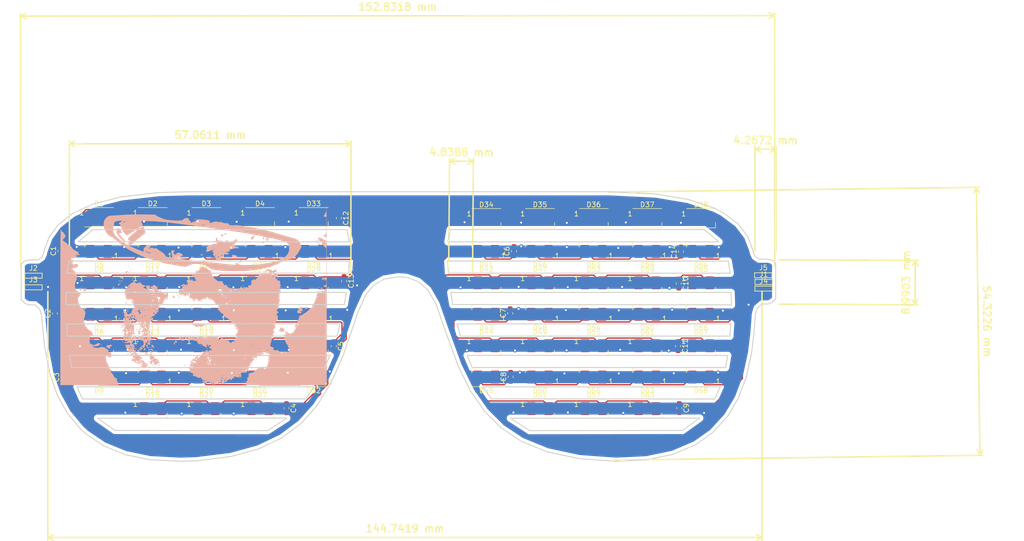
<source format=kicad_pcb>
(kicad_pcb (version 20221018) (generator pcbnew)
  (layers (0 "F.Cu" signal) (31 "B.Cu" signal) (34 "B.Paste" user) (35 "F.Paste" user) (36 "B.SilkS" user "B.Silkscreen") (37 "F.SilkS" user "F.Silkscreen") (38 "B.Mask" user) (39 "F.Mask" user) (44 "Edge.Cuts" user))
  (net 0 "")
  (net 1 "Net-(D59-Pad3)")
  (net 2 "Net-(C1-Pad1)")
  (net 3 "Net-(C1-Pad2)")
  (net 4 "Net-(D53-Pad3)")
  (net 5 "Net-(D41-Pad1)")
  (net 6 "Net-(D45-Pad1)")
  (net 7 "Net-(D50-Pad1)")
  (net 8 "Net-(D44-Pad3)")
  (net 9 "Net-(D49-Pad3)")
  (net 10 "Net-(D43-Pad1)")
  (net 11 "Net-(D48-Pad1)")
  (net 12 "Net-(D42-Pad3)")
  (net 13 "Net-(D47-Pad3)")
  (net 14 "Net-(D46-Pad1)")
  (net 15 "Net-(D45-Pad3)")
  (net 16 "Net-(D33-Pad3)")
  (net 17 "Net-(D38-Pad3)")
  (net 18 "Net-(D52-Pad1)")
  (net 19 "Net-(D37-Pad3)")
  (net 20 "Net-(D62-Pad1)")
  (net 21 "Net-(D61-Pad3)")
  (net 22 "Net-(D67-Pad3)")
  (net 23 "Net-(D56-Pad1)")
  (net 24 "Net-(D65-Pad3)")
  (net 25 "Net-(D11-Pad1)")
  (net 26 "Net-(D11-Pad3)")
  (net 27 "Net-(D60-Pad1)")
  (net 28 "Net-(D58-Pad1)")
  (net 29 "Net-(D57-Pad3)")
  (net 30 "Net-(D63-Pad3)")
  (net 31 "Net-(D55-Pad3)")
  (net 32 "Net-(D54-Pad1)")
  (net 33 "Net-(D12-Pad3)")
  (net 34 "Net-(D12-Pad1)")
  (net 35 "Net-(D51-Pad3)")
  (net 36 "Net-(D1-Pad1)")
  (net 37 "Net-(D1-Pad3)")
  (net 38 "Net-(D13-Pad1)")
  (net 39 "Net-(D13-Pad3)")
  (net 40 "Net-(D10-Pad1)")
  (net 41 "Net-(D15-Pad3)")
  (net 42 "Net-(D14-Pad1)")
  (net 43 "Net-(D10-Pad3)")
  (net 44 "Net-(D14-Pad3)")
  (net 45 "Net-(D36-Pad3)")
  (net 46 "Net-(D43-Pad3)")
  (net 47 "Net-(D41-Pad3)")
  (net 48 "Net-(D35-Pad3)")
  (net 49 "Net-(D34-Pad3)")
  (net 50 "Net-(D33-Pad1)")
  (net 51 "Net-(D27-Pad3)")
  (net 52 "Net-(D28-Pad1)")
  (net 53 "Net-(D30-Pad1)")
  (net 54 "Net-(D2-Pad3)")
  (net 55 "Net-(D26-Pad1)")
  (net 56 "Net-(D16-Pad1)")
  (net 57 "Net-(D3-Pad3)")
  (net 58 "Net-(D6-Pad1)")
  (net 59 "Net-(D8-Pad1)")
  (net 60 "Net-(D17-Pad3)")
  (net 61 "Net-(D18-Pad1)")
  (net 62 "Net-(D19-Pad3)")
  (net 63 "Net-(D20-Pad1)")
  (net 64 "Net-(D21-Pad3)")
  (net 65 "Net-(D22-Pad1)")
  (net 66 "Net-(D24-Pad1)")
  (net 67 "Net-(D25-Pad3)")
  (net 68 "Net-(D23-Pad3)")
  (net 69 "Net-(D15-Pad1)")
  (footprint "LED_SMD:LED_SK6812MINI_PLCC4_3.5x3.5mm_P1.75mm" (layer "F.Cu") (at 102 88.806144)
    (fp_text reference "D1")
    (fp_text value "SK6812MINI")
  )
  (footprint "LED_SMD:LED_SK6812MINI_PLCC4_3.5x3.5mm_P1.75mm" (layer "F.Cu") (at 112.875 88.806144)
    (fp_text reference "D2")
    (fp_text value "SK6812MINI")
  )
  (footprint "LED_SMD:LED_SK6812MINI_PLCC4_3.5x3.5mm_P1.75mm" (layer "F.Cu") (at 123.75 88.806144)
    (fp_text reference "D3")
    (fp_text value "SK6812MINI")
  )
  (footprint "LED_SMD:LED_SK6812MINI_PLCC4_3.5x3.5mm_P1.75mm" (layer "F.Cu") (at 134.625 88.806144)
    (fp_text reference "D4")
    (fp_text value "SK6812MINI")
  )
  (footprint "LED_SMD:LED_SK6812MINI_PLCC4_3.5x3.5mm_P1.75mm" (layer "F.Cu") (at 102 95.74 180)
    (fp_text reference "D5")
    (fp_text value "SK6812MINI")
  )
  (footprint "LED_SMD:LED_SK6812MINI_PLCC4_3.5x3.5mm_P1.75mm" (layer "F.Cu") (at 102 102.1)
    (fp_text reference "D6")
    (fp_text value "SK6812MINI")
  )
  (footprint "LED_SMD:LED_SK6812MINI_PLCC4_3.5x3.5mm_P1.75mm" (layer "F.Cu") (at 102 108.48 180)
    (fp_text reference "D7")
    (fp_text value "SK6812MINI")
  )
  (footprint "LED_SMD:LED_SK6812MINI_PLCC4_3.5x3.5mm_P1.75mm" (layer "F.Cu") (at 102 114.85)
    (fp_text reference "D8")
    (fp_text value "SK6812MINI")
  )
  (footprint "LED_SMD:LED_SK6812MINI_PLCC4_3.5x3.5mm_P1.75mm" (layer "F.Cu") (at 102 121.2 180)
    (fp_text reference "D9")
    (fp_text value "SK6812MINI")
  )
  (footprint "LED_SMD:LED_SK6812MINI_PLCC4_3.5x3.5mm_P1.75mm" (layer "F.Cu") (at 112.875 95.74 180)
    (fp_text reference "D10")
    (fp_text value "SK6812MINI")
  )
  (footprint "LED_SMD:LED_SK6812MINI_PLCC4_3.5x3.5mm_P1.75mm" (layer "F.Cu") (at 112.875 102.1)
    (fp_text reference "D11")
    (fp_text value "SK6812MINI")
  )
  (footprint "LED_SMD:LED_SK6812MINI_PLCC4_3.5x3.5mm_P1.75mm" (layer "F.Cu") (at 112.875 108.48 180)
    (fp_text reference "D12")
    (fp_text value "SK6812MINI")
  )
  (footprint "LED_SMD:LED_SK6812MINI_PLCC4_3.5x3.5mm_P1.75mm" (layer "F.Cu") (at 112.875 114.85)
    (fp_text reference "D13")
    (fp_text value "SK6812MINI")
  )
  (footprint "LED_SMD:LED_SK6812MINI_PLCC4_3.5x3.5mm_P1.75mm" (layer "F.Cu") (at 112.875 121.2 180)
    (fp_text reference "D14")
    (fp_text value "SK6812MINI")
  )
  (footprint "LED_SMD:LED_SK6812MINI_PLCC4_3.5x3.5mm_P1.75mm" (layer "F.Cu") (at 112.875 127.6)
    (fp_text reference "D15")
    (fp_text value "SK6812MINI")
  )
  (footprint "LED_SMD:LED_SK6812MINI_PLCC4_3.5x3.5mm_P1.75mm" (layer "F.Cu") (at 123.75 95.74 180)
    (fp_text reference "D16")
    (fp_text value "SK6812MINI")
  )
  (footprint "LED_SMD:LED_SK6812MINI_PLCC4_3.5x3.5mm_P1.75mm" (layer "F.Cu") (at 123.75 102.1)
    (fp_text reference "D17")
    (fp_text value "SK6812MINI")
  )
  (footprint "LED_SMD:LED_SK6812MINI_PLCC4_3.5x3.5mm_P1.75mm" (layer "F.Cu") (at 123.75 108.48 180)
    (fp_text reference "D18")
    (fp_text value "SK6812MINI")
  )
  (footprint "LED_SMD:LED_SK6812MINI_PLCC4_3.5x3.5mm_P1.75mm" (layer "F.Cu") (at 123.75 114.85)
    (fp_text reference "D19")
    (fp_text value "SK6812MINI")
  )
  (footprint "LED_SMD:LED_SK6812MINI_PLCC4_3.5x3.5mm_P1.75mm" (layer "F.Cu") (at 123.75 121.2 180)
    (fp_text reference "D20")
    (fp_text value "SK6812MINI")
  )
  (footprint "LED_SMD:LED_SK6812MINI_PLCC4_3.5x3.5mm_P1.75mm" (layer "F.Cu") (at 123.75 127.6)
    (fp_text reference "D21")
    (fp_text value "SK6812MINI")
  )
  (footprint "LED_SMD:LED_SK6812MINI_PLCC4_3.5x3.5mm_P1.75mm" (layer "F.Cu") (at 134.625 95.74 180)
    (fp_text reference "D22")
    (fp_text value "SK6812MINI")
  )
  (footprint "LED_SMD:LED_SK6812MINI_PLCC4_3.5x3.5mm_P1.75mm" (layer "F.Cu") (at 134.625 102.1)
    (fp_text reference "D23")
    (fp_text value "SK6812MINI")
  )
  (footprint "LED_SMD:LED_SK6812MINI_PLCC4_3.5x3.5mm_P1.75mm" (layer "F.Cu") (at 134.625 108.48 180)
    (fp_text reference "D24")
    (fp_text value "SK6812MINI")
  )
  (footprint "LED_SMD:LED_SK6812MINI_PLCC4_3.5x3.5mm_P1.75mm" (layer "F.Cu") (at 134.625 114.85)
    (fp_text reference "D25")
    (fp_text value "SK6812MINI")
  )
  (footprint "LED_SMD:LED_SK6812MINI_PLCC4_3.5x3.5mm_P1.75mm" (layer "F.Cu") (at 134.625 121.2 180)
    (fp_text reference "D26")
    (fp_text value "SK6812MINI")
  )
  (footprint "LED_SMD:LED_SK6812MINI_PLCC4_3.5x3.5mm_P1.75mm" (layer "F.Cu") (at 134.625 127.6)
    (fp_text reference "D27")
    (fp_text value "SK6812MINI")
  )
  (footprint "LED_SMD:LED_SK6812MINI_PLCC4_3.5x3.5mm_P1.75mm" (layer "F.Cu") (at 145.5 95.74 180)
    (fp_text reference "D28")
    (fp_text value "SK6812MINI")
  )
  (footprint "LED_SMD:LED_SK6812MINI_PLCC4_3.5x3.5mm_P1.75mm" (layer "F.Cu") (at 145.5 102.1)
    (fp_text reference "D29")
    (fp_text value "SK6812MINI")
  )
  (footprint "LED_SMD:LED_SK6812MINI_PLCC4_3.5x3.5mm_P1.75mm" (layer "F.Cu") (at 145.5 108.48 180)
    (fp_text reference "D30")
    (fp_text value "SK6812MINI")
  )
  (footprint "LED_SMD:LED_SK6812MINI_PLCC4_3.5x3.5mm_P1.75mm" (layer "F.Cu") (at 145.5 114.85)
    (fp_text reference "D31")
    (fp_text value "SK6812MINI")
  )
  (footprint "LED_SMD:LED_SK6812MINI_PLCC4_3.5x3.5mm_P1.75mm" (layer "F.Cu") (at 145.5 121.2 180)
    (fp_text reference "D32")
    (fp_text value "SK6812MINI")
  )
  (footprint "LED_SMD:LED_SK6812MINI_PLCC4_3.5x3.5mm_P1.75mm" (layer "F.Cu") (at 145.5 88.806144)
    (fp_text reference "D33")
    (fp_text value "SK6812MINI")
  )
  (footprint "LED_SMD:LED_SK6812MINI_PLCC4_3.5x3.5mm_P1.75mm" (layer "F.Cu") (at 180.5 89)
    (fp_text reference "D34")
    (fp_text value "SK6812MINI")
  )
  (footprint "LED_SMD:LED_SK6812MINI_PLCC4_3.5x3.5mm_P1.75mm" (layer "F.Cu") (at 191.375 89)
    (fp_text reference "D35")
    (fp_text value "SK6812MINI")
  )
  (footprint "LED_SMD:LED_SK6812MINI_PLCC4_3.5x3.5mm_P1.75mm" (layer "F.Cu") (at 202.25 89)
    (fp_text reference "D36")
    (fp_text value "SK6812MINI")
  )
  (footprint "LED_SMD:LED_SK6812MINI_PLCC4_3.5x3.5mm_P1.75mm" (layer "F.Cu") (at 213.125 89)
    (fp_text reference "D37")
    (fp_text value "SK6812MINI")
  )
  (footprint "LED_SMD:LED_SK6812MINI_PLCC4_3.5x3.5mm_P1.75mm" (layer "F.Cu") (at 224 89)
    (fp_text reference "D38")
    (fp_text value "SK6812MINI")
  )
  (footprint "LED_SMD:LED_SK6812MINI_PLCC4_3.5x3.5mm_P1.75mm" (layer "F.Cu") (at 180.5 95.74 180)
    (fp_text reference "D41")
    (fp_text value "SK6812MINI")
  )
  (footprint "LED_SMD:LED_SK6812MINI_PLCC4_3.5x3.5mm_P1.75mm" (layer "F.Cu") (at 180.5 102.1)
    (fp_text reference "D42")
    (fp_text value "SK6812MINI")
  )
  (footprint "LED_SMD:LED_SK6812MINI_PLCC4_3.5x3.5mm_P1.75mm" (layer "F.Cu") (at 180.5 108.48 180)
    (fp_text reference "D43")
    (fp_text value "SK6812MINI")
  )
  (footprint "LED_SMD:LED_SK6812MINI_PLCC4_3.5x3.5mm_P1.75mm" (layer "F.Cu") (at 180.5 114.85)
    (fp_text reference "D44")
    (fp_text value "SK6812MINI")
  )
  (footprint "LED_SMD:LED_SK6812MINI_PLCC4_3.5x3.5mm_P1.75mm" (layer "F.Cu") (at 180.5 121.2 180)
    (fp_text reference "D45")
    (fp_text value "SK6812MINI")
  )
  (footprint "LED_SMD:LED_SK6812MINI_PLCC4_3.5x3.5mm_P1.75mm" (layer "F.Cu") (at 191.375 95.74 180)
    (fp_text reference "D46")
    (fp_text value "SK6812MINI")
  )
  (footprint "LED_SMD:LED_SK6812MINI_PLCC4_3.5x3.5mm_P1.75mm" (layer "F.Cu") (at 191.375 102.1)
    (fp_text reference "D47")
    (fp_text value "SK6812MINI")
  )
  (footprint "LED_SMD:LED_SK6812MINI_PLCC4_3.5x3.5mm_P1.75mm" (layer "F.Cu") (at 191.375 108.48 180)
    (fp_text reference "D48")
    (fp_text value "SK6812MINI")
  )
  (footprint "LED_SMD:LED_SK6812MINI_PLCC4_3.5x3.5mm_P1.75mm" (layer "F.Cu") (at 191.375 114.85)
    (fp_text reference "D49")
    (fp_text value "SK6812MINI")
  )
  (footprint "LED_SMD:LED_SK6812MINI_PLCC4_3.5x3.5mm_P1.75mm" (layer "F.Cu") (at 191.375 121.2 180)
    (fp_text reference "D50")
    (fp_text value "SK6812MINI")
  )
  (footprint "LED_SMD:LED_SK6812MINI_PLCC4_3.5x3.5mm_P1.75mm" (layer "F.Cu") (at 191.375 127.6)
    (fp_text reference "D51")
    (fp_text value "SK6812MINI")
  )
  (footprint "LED_SMD:LED_SK6812MINI_PLCC4_3.5x3.5mm_P1.75mm" (layer "F.Cu") (at 202.25 95.74 180)
    (fp_text reference "D52")
    (fp_text value "SK6812MINI")
  )
  (footprint "LED_SMD:LED_SK6812MINI_PLCC4_3.5x3.5mm_P1.75mm" (layer "F.Cu") (at 202.25 102.1)
    (fp_text reference "D53")
    (fp_text value "SK6812MINI")
  )
  (footprint "LED_SMD:LED_SK6812MINI_PLCC4_3.5x3.5mm_P1.75mm" (layer "F.Cu") (at 202.25 108.48 180)
    (fp_text reference "D54")
    (fp_text value "SK6812MINI")
  )
  (footprint "LED_SMD:LED_SK6812MINI_PLCC4_3.5x3.5mm_P1.75mm" (layer "F.Cu") (at 202.25 114.85)
    (fp_text reference "D55")
    (fp_text value "SK6812MINI")
  )
  (footprint "LED_SMD:LED_SK6812MINI_PLCC4_3.5x3.5mm_P1.75mm" (layer "F.Cu") (at 202.25 121.2 180)
    (fp_text reference "D56")
    (fp_text value "SK6812MINI")
  )
  (footprint "LED_SMD:LED_SK6812MINI_PLCC4_3.5x3.5mm_P1.75mm" (layer "F.Cu") (at 202.25 127.6)
    (fp_text reference "D57")
    (fp_text value "SK6812MINI")
  )
  (footprint "LED_SMD:LED_SK6812MINI_PLCC4_3.5x3.5mm_P1.75mm" (layer "F.Cu") (at 213.125 95.74 180)
    (fp_text reference "D58")
    (fp_text value "SK6812MINI")
  )
  (footprint "LED_SMD:LED_SK6812MINI_PLCC4_3.5x3.5mm_P1.75mm" (layer "F.Cu") (at 213.125 102.1)
    (fp_text reference "D59")
    (fp_text value "SK6812MINI")
  )
  (footprint "LED_SMD:LED_SK6812MINI_PLCC4_3.5x3.5mm_P1.75mm" (layer "F.Cu") (at 213.125 108.48 180)
    (fp_text reference "D60")
    (fp_text value "SK6812MINI")
  )
  (footprint "LED_SMD:LED_SK6812MINI_PLCC4_3.5x3.5mm_P1.75mm" (layer "F.Cu") (at 213.125 114.85)
    (fp_text reference "D61")
    (fp_text value "SK6812MINI")
  )
  (footprint "LED_SMD:LED_SK6812MINI_PLCC4_3.5x3.5mm_P1.75mm" (layer "F.Cu") (at 213.125 121.2 180)
    (fp_text reference "D62")
    (fp_text value "SK6812MINI")
  )
  (footprint "LED_SMD:LED_SK6812MINI_PLCC4_3.5x3.5mm_P1.75mm" (layer "F.Cu") (at 213.125 127.6)
    (fp_text reference "D63")
    (fp_text value "SK6812MINI")
  )
  (footprint "LED_SMD:LED_SK6812MINI_PLCC4_3.5x3.5mm_P1.75mm" (layer "F.Cu") (at 224 95.74 180)
    (fp_text reference "D64")
    (fp_text value "SK6812MINI")
  )
  (footprint "LED_SMD:LED_SK6812MINI_PLCC4_3.5x3.5mm_P1.75mm" (layer "F.Cu") (at 224 102.1)
    (fp_text reference "D65")
    (fp_text value "SK6812MINI")
  )
  (footprint "LED_SMD:LED_SK6812MINI_PLCC4_3.5x3.5mm_P1.75mm" (layer "F.Cu") (at 224 108.48 180)
    (fp_text reference "D66")
    (fp_text value "SK6812MINI")
  )
  (footprint "LED_SMD:LED_SK6812MINI_PLCC4_3.5x3.5mm_P1.75mm" (layer "F.Cu") (at 224 114.85)
    (fp_text reference "D67")
    (fp_text value "SK6812MINI")
  )
  (footprint "LED_SMD:LED_SK6812MINI_PLCC4_3.5x3.5mm_P1.75mm" (layer "F.Cu") (at 224 121.2 180)
    (fp_text reference "D68")
    (fp_text value "SK6812MINI")
  )
  (footprint "Capacitor_SMD:C_0603_1608Metric_Pad1.05x0.95mm_HandSolder" (layer "F.Cu") (at 219.6084 127.4953 -90)
    (fp_text reference "C9")
    (fp_text value "C_Small")
  )
  (footprint "Capacitor_SMD:C_0603_1608Metric_Pad1.05x0.95mm_HandSolder" (layer "F.Cu") (at 93.0656 108.3183 90)
    (fp_text reference "C2")
    (fp_text value "C_Small")
  )
  (footprint "Capacitor_SMD:C_0603_1608Metric_Pad1.05x0.95mm_HandSolder" (layer "F.Cu") (at 94.8182 121.2482 90)
    (fp_text reference "C3")
    (fp_text value "C_Small")
  )
  (footprint "Capacitor_SMD:C_0603_1608Metric_Pad1.05x0.95mm_HandSolder" (layer "F.Cu") (at 139.9921 127.508 -90)
    (fp_text reference "C4")
    (fp_text value "C_Small")
  )
  (footprint "Capacitor_SMD:C_0603_1608Metric_Pad1.05x0.95mm_HandSolder" (layer "F.Cu") (at 149.5806 114.949 -90)
    (fp_text reference "C5")
    (fp_text value "C_Small")
  )
  (footprint "Capacitor_SMD:C_0603_1608Metric_Pad1.05x0.95mm_HandSolder" (layer "F.Cu") (at 186.1058 95.6818 90)
    (fp_text reference "C6")
    (fp_text value "C_Small")
  )
  (footprint "Capacitor_SMD:C_0603_1608Metric_Pad1.05x0.95mm_HandSolder" (layer "F.Cu") (at 185.3311 108.2802 90)
    (fp_text reference "C7")
    (fp_text value "C_Small")
  )
  (footprint "Capacitor_SMD:C_0603_1608Metric_Pad1.05x0.95mm_HandSolder" (layer "F.Cu") (at 185.42 121.158 90)
    (fp_text reference "C8")
    (fp_text value "C_Small")
  )
  (footprint "Capacitor_SMD:C_0603_1608Metric_Pad1.05x0.95mm_HandSolder" (layer "F.Cu") (at 219.4941 102.2477 -90)
    (fp_text reference "C10")
    (fp_text value "C_Small")
  )
  (footprint "Capacitor_SMD:C_0603_1608Metric_Pad1.05x0.95mm_HandSolder" (layer "F.Cu") (at 219.3671 114.9223 -90)
    (fp_text reference "C11")
    (fp_text value "C_Small")
  )
  (footprint "Capacitor_SMD:C_0603_1608Metric_Pad1.05x0.95mm_HandSolder" (layer "F.Cu") (at 150.6093 88.9889 -90)
    (fp_text reference "C12")
    (fp_text value "C_Small")
  )
  (footprint "Capacitor_SMD:C_0603_1608Metric_Pad1.05x0.95mm_HandSolder" (layer "F.Cu") (at 151.6634 101.7537 -90)
    (fp_text reference "C13")
    (fp_text value "C_Small")
  )
  (footprint "Capacitor_SMD:C_0603_1608Metric_Pad1.05x0.95mm_HandSolder" (layer "F.Cu") (at 219.9513 95.7834 90)
    (fp_text reference "C14")
    (fp_text value "C_Small")
  )
  (footprint "Capacitor_SMD:C_0603_1608Metric_Pad1.05x0.95mm_HandSolder" (layer "F.Cu") (at 94.1832 95.6564 90)
    (fp_text reference "C1")
    (fp_text value "C_Small")
  )
  (footprint "Connector_PinHeader_1.00mm:PinHeader_1x01_P1.00mm_Vertical_SMD_CUSTOM" (layer "F.Cu") (at 88.6968 102.6922)
    (fp_text reference "J2")
    (fp_text value "Conn_01x01_Male")
  )
  (footprint "Connector_PinHeader_1.00mm:PinHeader_1x01_P1.00mm_Vertical_SMD_CUSTOM" (layer "F.Cu") (at 236.6518 102.6033)
    (fp_text reference "J5")
    (fp_text value "Conn_01x01_Male")
  )
  (footprint "Connector_PinHeader_1.00mm:PinHeader_1x01_P1.00mm_Vertical_SMD_CUSTOM" (layer "F.Cu") (at 236.7153 105.3084)
    (fp_text reference "J4")
    (fp_text value "Conn_01x01_Male")
  )
  (footprint "Connector_PinHeader_1.00mm:PinHeader_1x01_P1.00mm_Vertical_SMD_CUSTOM" (layer "F.Cu") (at 236.730209 103.94957)
    (fp_text reference "J1")
    (fp_text value "Conn_01x01_Male")
  )
  (footprint "Connector_PinHeader_1.00mm:PinHeader_1x01_P1.00mm_Vertical_SMD_CUSTOM" (layer "F.Cu") (at 88.6968 105.0417)
    (fp_text reference "J3")
    (fp_text value "Conn_01x01_Male")
  )
  (footprint "rave_shades:back_silkscreen" (layer "F.Cu") (at 121.158 104.0257)
    (fp_text reference "G***" hide)
    (fp_text value "LOGO" hide)
  )
  (gr_line (start 238.506 97.536) (end 237.6297 97.3074) (stroke (width 0.2)) (layer "Edge.Cuts"))
  (gr_line (start 235.7501 97.3074) (end 234.9754 96.7613) (stroke (width 0.2)) (layer "Edge.Cuts"))
  (gr_line (start 86.230511 98.366479) (end 86.865511 97.706079) (stroke (width 0.2)) (layer "Edge.Cuts"))
  (gr_line (start 88.994926 106.57043) (end 89.989711 107.421579) (stroke (width 0.2)) (layer "Edge.Cuts"))
  (gr_line (start 86.975626 106.26563) (end 86.230511 105.554679) (stroke (width 0.2)) (layer "Edge.Cuts"))
  (gr_line (start 87.754511 106.557979) (end 88.986411 106.557979) (stroke (width 0.2)) (layer "Edge.Cuts"))
  (gr_line (start 89.621411 97.477479) (end 90.396111 96.931379) (stroke (width 0.2)) (layer "Edge.Cuts"))
  (gr_line (start 86.979811 106.265879) (end 87.741811 106.557979) (stroke (width 0.2)) (layer "Edge.Cuts"))
  (gr_line (start 86.865511 97.706079) (end 87.741811 97.477479) (stroke (width 0.2)) (layer "Edge.Cuts"))
  (gr_line (start 86.230511 105.541979) (end 86.230511 98.391879) (stroke (width 0.2)) (layer "Edge.Cuts"))
  (gr_line (start 90.408811 96.918679) (end 90.709575 96.266069) (stroke (width 0.2)) (layer "Edge.Cuts"))
  (gr_line (start 90.338405 108.64083) (end 89.989711 107.421579) (stroke (width 0.2)) (layer "Edge.Cuts"))
  (gr_line (start 90.709575 96.266069) (end 90.814635 95.764086) (stroke (width 0.2)) (layer "Edge.Cuts"))
  (gr_line (start 89.621411 97.477479) (end 87.754511 97.477479) (stroke (width 0.2)) (layer "Edge.Cuts"))
  (gr_line (start 148.854695 116.823913) (end 96.000645 116.80345) (stroke (width 0.2)) (layer "Edge.Cuts"))
  (gr_line (start 150.946324 118.033405) (end 151.435243 116.935445) (stroke (width 0.2)) (layer "Edge.Cuts"))
  (gr_line (start 172.131804 111.667581) (end 174.772413 118.903389) (stroke (width 0.2)) (layer "Edge.Cuts"))
  (gr_line (start 96.445124 119.275383) (end 147.754408 119.2784) (stroke (width 0.2)) (layer "Edge.Cuts"))
  (gr_line (start 106.486304 84.684292) (end 100.84546 86.118254) (stroke (width 0.2)) (layer "Edge.Cuts"))
  (gr_line (start 168.638601 103.515793) (end 170.311459 106.439716) (stroke (width 0.2)) (layer "Edge.Cuts"))
  (gr_line (start 185.373256 129.547118) (end 189.220021 132.019074) (stroke (width 0.2)) (layer "Edge.Cuts"))
  (gr_line (start 233.473964 92.722079) (end 231.504115 90.132149) (stroke (width 0.2)) (layer "Edge.Cuts"))
  (gr_line (start 90.3478 108.6739) (end 90.588093 111.287594) (stroke (width 0.2)) (layer "Edge.Cuts"))
  (gr_line (start 176.596816 116.80345) (end 177.661548 119.275383) (stroke (width 0.2)) (layer "Edge.Cuts"))
  (gr_line (start 91.56393 118.039417) (end 92.07104 120.645347) (stroke (width 0.2)) (layer "Edge.Cuts"))
  (gr_line (start 205.261668 83.63832) (end 120.156055 83.63832) (stroke (width 0.2)) (layer "Edge.Cuts"))
  (gr_line (start 166.656628 101.807837) (end 168.638601 103.515793) (stroke (width 0.2)) (layer "Edge.Cuts"))
  (gr_line (start 170.311459 106.439716) (end 172.131804 111.667581) (stroke (width 0.2)) (layer "Edge.Cuts"))
  (gr_line (start 177.326146 124.075252) (end 180.188995 128.191153) (stroke (width 0.2)) (layer "Edge.Cuts"))
  (gr_line (start 220.204101 132.058662) (end 223.721696 129.547118) (stroke (width 0.2)) (layer "Edge.Cuts"))
  (gr_line (start 226.768392 86.990231) (end 221.428584 85.208277) (stroke (width 0.2)) (layer "Edge.Cuts"))
  (gr_line (start 93.549933 124.839256) (end 95.574343 128.515144) (stroke (width 0.2)) (layer "Edge.Cuts"))
  (gr_line (start 212.973384 137.966879) (end 218.357642 136.846937) (stroke (width 0.2)) (layer "Edge.Cuts"))
  (gr_line (start 139.042375 133.523036) (end 142.963892 130.581096) (stroke (width 0.2)) (layer "Edge.Cuts"))
  (gr_line (start 190.846389 135.544989) (end 192.783915 136.336933) (stroke (width 0.2)) (layer "Edge.Cuts"))
  (gr_line (start 235.033106 108.470751) (end 235.3818 107.2515) (stroke (width 0.2)) (layer "Edge.Cuts"))
  (gr_line (start 151.73237 106.498139) (end 152.130264 104.059782) (stroke (width 0.2)) (layer "Edge.Cuts"))
  (gr_line (start 227.652201 93.802515) (end 224.647021 91.316119) (stroke (width 0.2)) (layer "Edge.Cuts"))
  (gr_line (start 234.985199 109.18965) (end 235.031667 108.489666) (stroke (width 0.2)) (layer "Edge.Cuts"))
  (gr_line (start 227.906113 123.171725) (end 179.784943 123.175282) (stroke (width 0.2)) (layer "Edge.Cuts"))
  (gr_line (start 136.159071 132.058662) (end 140.042454 129.547118) (stroke (width 0.2)) (layer "Edge.Cuts"))
  (gr_line (start 230.106688 104.043652) (end 173.287467 104.059782) (stroke (width 0.2)) (layer "Edge.Cuts"))
  (gr_line (start 99.360487 132.73304) (end 102.904207 135.122982) (stroke (width 0.2)) (layer "Edge.Cuts"))
  (gr_line (start 146.11363 127.069179) (end 148.919907 122.575298) (stroke (width 0.2)) (layer "Edge.Cuts"))
  (gr_line (start 229.0064 119.2784) (end 229.415069 116.80345) (stroke (width 0.2)) (layer "Edge.Cuts"))
  (gr_line (start 234.9627 96.7486) (end 234.661936 96.09599) (stroke (width 0.2)) (layer "Edge.Cuts"))
  (gr_line (start 91.852831 92.892076) (end 90.830525 95.720002) (stroke (width 0.2)) (layer "Edge.Cuts"))
  (gr_line (start 148.919907 122.575298) (end 150.942289 118.039417) (stroke (width 0.2)) (layer "Edge.Cuts"))
  (gr_line (start 153.243464 111.667581) (end 154.490025 108.029675) (stroke (width 0.2)) (layer "Edge.Cuts"))
  (gr_line (start 229.429588 116.823913) (end 176.596816 116.80345) (stroke (width 0.2)) (layer "Edge.Cuts"))
  (gr_line (start 236.376585 106.400351) (end 235.3818 107.2515) (stroke (width 0.2)) (layer "Edge.Cuts"))
  (gr_line (start 174.772413 118.903389) (end 177.326146 124.075252) (stroke (width 0.2)) (layer "Edge.Cuts"))
  (gr_line (start 173.160185 91.316119) (end 224.647021 91.316119) (stroke (width 0.2)) (layer "Edge.Cuts"))
  (gr_line (start 159.787407 101.339854) (end 162.708847 100.857863) (stroke (width 0.2)) (layer "Edge.Cuts"))
  (gr_line (start 121.790525 138.160879) (end 128.68601 137.310938) (stroke (width 0.2)) (layer "Edge.Cuts"))
  (gr_line (start 172.807106 100.150327) (end 229.942382 100.157884) (stroke (width 0.2)) (layer "Edge.Cuts"))
  (gr_line (start 183.546832 131.533059) (end 187.62796 134.232995) (stroke (width 0.2)) (layer "Edge.Cuts"))
  (gr_line (start 97.778551 93.786052) (end 152.74802 93.802515) (stroke (width 0.2)) (layer "Edge.Cuts"))
  (gr_line (start 95.556156 112.90155) (end 150.208895 112.930588) (stroke (width 0.2)) (layer "Edge.Cuts"))
  (gr_line (start 231.974864 124.411238) (end 233.203242 121.149336) (stroke (width 0.2)) (layer "Edge.Cuts"))
  (gr_line (start 234.661936 96.09599) (end 234.556876 95.594007) (stroke (width 0.2)) (layer "Edge.Cuts"))
  (gr_line (start 120.156055 83.63832) (end 114.050529 83.816312) (stroke (width 0.2)) (layer "Edge.Cuts"))
  (gr_line (start 157.647849 102.599818) (end 159.787407 101.339854) (stroke (width 0.2)) (layer "Edge.Cuts"))
  (gr_line (start 226.334021 132.495042) (end 229.378702 129.173145) (stroke (width 0.2)) (layer "Edge.Cuts"))
  (gr_line (start 221.428584 85.208277) (end 214.799785 84.102304) (stroke (width 0.2)) (layer "Edge.Cuts"))
  (gr_line (start 147.754408 119.2784) (end 148.818897 116.80345) (stroke (width 0.2)) (layer "Edge.Cuts"))
  (gr_line (start 95.889525 97.687949) (end 95.475341 100.157884) (stroke (width 0.2)) (layer "Edge.Cuts"))
  (gr_line (start 238.3917 106.0958) (end 237.6297 106.3879) (stroke (width 0.2)) (layer "Edge.Cuts"))
  (gr_line (start 189.226779 132.058662) (end 220.192126 132.019074) (stroke (width 0.2)) (layer "Edge.Cuts"))
  (gr_line (start 100.770713 91.316119) (end 97.778551 93.786052) (stroke (width 0.2)) (layer "Edge.Cuts"))
  (gr_line (start 103.93257 135.544989) (end 107.274244 136.910917) (stroke (width 0.2)) (layer "Edge.Cuts"))
  (gr_line (start 238.395885 106.095551) (end 239.141 105.3846) (stroke (width 0.2)) (layer "Edge.Cuts"))
  (gr_line (start 199.245026 137.726906) (end 206.80925 138.274897) (stroke (width 0.2)) (layer "Edge.Cuts"))
  (gr_line (start 226.805826 125.626212) (end 227.883636 123.175282) (stroke (width 0.2)) (layer "Edge.Cuts"))
  (gr_line (start 234.556876 95.594007) (end 233.473964 92.722079) (stroke (width 0.2)) (layer "Edge.Cuts"))
  (gr_line (start 177.631443 119.2784) (end 228.97261 119.275383) (stroke (width 0.2)) (layer "Edge.Cuts"))
  (gr_line (start 162.708847 100.857863) (end 164.310992 100.995861) (stroke (width 0.2)) (layer "Edge.Cuts"))
  (gr_line (start 179.784943 123.175282) (end 181.526494 125.64723) (stroke (width 0.2)) (layer "Edge.Cuts"))
  (gr_line (start 172.681358 97.687949) (end 172.834907 100.157884) (stroke (width 0.2)) (layer "Edge.Cuts"))
  (gr_line (start 134.322815 135.768961) (end 139.042375 133.523036) (stroke (width 0.2)) (layer "Edge.Cuts"))
  (gr_line (start 173.160185 91.316119) (end 172.711664 93.786052) (stroke (width 0.2)) (layer "Edge.Cuts"))
  (gr_line (start 175.261593 112.930588) (end 229.861568 112.90155) (stroke (width 0.2)) (layer "Edge.Cuts"))
  (gr_line (start 239.141 105.3719) (end 239.141 98.2218) (stroke (width 0.2)) (layer "Edge.Cuts"))
  (gr_line (start 173.738118 106.498139) (end 230.151822 106.558631) (stroke (width 0.2)) (layer "Edge.Cuts"))
  (gr_line (start 231.578873 125.469233) (end 231.974864 124.411238) (stroke (width 0.2)) (layer "Edge.Cuts"))
  (gr_line (start 95.260164 106.523545) (end 151.73237 106.498139) (stroke (width 0.2)) (layer "Edge.Cuts"))
  (gr_line (start 97.532067 123.175282) (end 98.629122 125.64723) (stroke (width 0.2)) (layer "Edge.Cuts"))
  (gr_line (start 98.285655 131.76307) (end 99.360487 132.73304) (stroke (width 0.2)) (layer "Edge.Cuts"))
  (gr_line (start 214.799785 84.102304) (end 205.261668 83.63832) (stroke (width 0.2)) (layer "Edge.Cuts"))
  (gr_line (start 154.490025 108.029675) (end 156.088128 104.499769) (stroke (width 0.2)) (layer "Edge.Cuts"))
  (gr_line (start 234.265953 116.269463) (end 234.740735 112.325565) (stroke (width 0.2)) (layer "Edge.Cuts"))
  (gr_line (start 118.6125 138.274897) (end 121.790525 138.160879) (stroke (width 0.2)) (layer "Edge.Cuts"))
  (gr_line (start 235.7501 97.3074) (end 237.617 97.3074) (stroke (width 0.2)) (layer "Edge.Cuts"))
  (gr_line (start 239.141 98.1964) (end 238.506 97.536) (stroke (width 0.2)) (layer "Edge.Cuts"))
  (gr_line (start 96.62694 88.050204) (end 93.663073 90.38614) (stroke (width 0.2)) (layer "Edge.Cuts"))
  (gr_line (start 187.62796 134.232995) (end 190.846389 135.544989) (stroke (width 0.2)) (layer "Edge.Cuts"))
  (gr_line (start 93.663073 90.38614) (end 91.852831 92.892076) (stroke (width 0.2)) (layer "Edge.Cuts"))
  (gr_line (start 152.578745 100.150327) (end 152.734352 97.687949) (stroke (width 0.2)) (layer "Edge.Cuts"))
  (gr_line (start 100.770713 91.316119) (end 152.257549 91.316119) (stroke (width 0.2)) (layer "Edge.Cuts"))
  (gr_line (start 164.310992 100.995861) (end 166.656628 101.807837) (stroke (width 0.2)) (layer "Edge.Cuts"))
  (gr_line (start 180.188995 128.191153) (end 183.546832 131.533059) (stroke (width 0.2)) (layer "Edge.Cuts"))
  (gr_line (start 192.783915 136.336933) (end 199.245026 137.726906) (stroke (width 0.2)) (layer "Edge.Cuts"))
  (gr_line (start 112.298877 137.950906) (end 118.6125 138.274897) (stroke (width 0.2)) (layer "Edge.Cuts"))
  (gr_line (start 95.574343 128.515144) (end 98.285655 131.76307) (stroke (width 0.2)) (layer "Edge.Cuts"))
  (gr_line (start 102.904207 135.122982) (end 103.93257 135.544989) (stroke (width 0.2)) (layer "Edge.Cuts"))
  (gr_line (start 230.191325 106.582776) (end 230.114636 104.076038) (stroke (width 0.2)) (layer "Edge.Cuts"))
  (gr_line (start 152.74802 97.69584) (end 95.889525 97.687949) (stroke (width 0.2)) (layer "Edge.Cuts"))
  (gr_line (start 105.223585 132.019074) (end 136.159071 132.058662) (stroke (width 0.2)) (layer "Edge.Cuts"))
  (gr_line (start 152.155557 104.043652) (end 95.313903 104.037542) (stroke (width 0.2)) (layer "Edge.Cuts"))
  (gr_line (start 128.68601 137.310938) (end 134.322815 135.768961) (stroke (width 0.2)) (layer "Edge.Cuts"))
  (gr_line (start 222.923656 134.898983) (end 226.334021 132.495042) (stroke (width 0.2)) (layer "Edge.Cuts"))
  (gr_line (start 206.80925 138.274897) (end 212.973364 137.966879) (stroke (width 0.2)) (layer "Edge.Cuts"))
  (gr_line (start 96.000645 116.80345) (end 96.445124 119.275383) (stroke (width 0.2)) (layer "Edge.Cuts"))
  (gr_line (start 92.07104 120.645347) (end 93.549933 124.839256) (stroke (width 0.2)) (layer "Edge.Cuts"))
  (gr_line (start 181.524767 125.626212) (end 226.786581 125.64723) (stroke (width 0.2)) (layer "Edge.Cuts"))
  (gr_line (start 114.050529 83.816312) (end 106.486304 84.684292) (stroke (width 0.2)) (layer "Edge.Cuts"))
  (gr_line (start 90.959835 114.953497) (end 91.56393 118.039417) (stroke (width 0.2)) (layer "Edge.Cuts"))
  (gr_line (start 152.74802 93.802515) (end 152.257549 91.316119) (stroke (width 0.2)) (layer "Edge.Cuts"))
  (gr_line (start 101.696037 129.547118) (end 105.223585 132.019074) (stroke (width 0.2)) (layer "Edge.Cuts"))
  (gr_line (start 90.588093 111.287594) (end 90.959835 114.953497) (stroke (width 0.2)) (layer "Edge.Cuts"))
  (gr_line (start 173.287467 104.059782) (end 173.697601 106.529717) (stroke (width 0.2)) (layer "Edge.Cuts"))
  (gr_line (start 229.514225 97.69584) (end 172.681358 97.687949) (stroke (width 0.2)) (layer "Edge.Cuts"))
  (gr_line (start 233.882083 118.039417) (end 234.265953 116.269463) (stroke (width 0.2)) (layer "Edge.Cuts"))
  (gr_line (start 142.963892 130.581096) (end 146.11363 127.069179) (stroke (width 0.2)) (layer "Edge.Cuts"))
  (gr_line (start 237.617 106.3879) (end 236.3851 106.3879) (stroke (width 0.2)) (layer "Edge.Cuts"))
  (gr_line (start 95.475341 100.157884) (end 152.578745 100.150327) (stroke (width 0.2)) (layer "Edge.Cuts"))
  (gr_line (start 218.357642 136.846937) (end 222.923656 134.898983) (stroke (width 0.2)) (layer "Edge.Cuts"))
  (gr_line (start 150.942289 118.039417) (end 150.946324 118.033405) (stroke (width 0.2)) (layer "Edge.Cuts"))
  (gr_line (start 140.052396 129.519537) (end 101.696037 129.547118) (stroke (width 0.2)) (layer "Edge.Cuts"))
  (gr_line (start 228.400845 87.82021) (end 226.768392 86.990231) (stroke (width 0.2)) (layer "Edge.Cuts"))
  (gr_line (start 156.088128 104.499769) (end 157.647849 102.599818) (stroke (width 0.2)) (layer "Edge.Cuts"))
  (gr_line (start 150.885995 110.391464) (end 95.392506 110.431617) (stroke (width 0.2)) (layer "Edge.Cuts"))
  (gr_line (start 233.203242 121.149336) (end 233.882083 118.039417) (stroke (width 0.2)) (layer "Edge.Cuts"))
  (gr_line (start 100.84546 86.118254) (end 96.62694 88.050204) (stroke (width 0.2)) (layer "Edge.Cuts"))
  (gr_line (start 95.313903 104.037542) (end 95.260164 106.523545) (stroke (width 0.2)) (layer "Edge.Cuts"))
  (gr_line (start 107.274244 136.910917) (end 112.298877 137.950906) (stroke (width 0.2)) (layer "Edge.Cuts"))
  (gr_line (start 229.852775 112.930588) (end 230.025217 110.431617) (stroke (width 0.2)) (layer "Edge.Cuts"))
  (gr_line (start 234.740735 112.325565) (end 234.985199 109.18965) (stroke (width 0.2)) (layer "Edge.Cuts"))
  (gr_line (start 95.392506 110.431617) (end 95.556156 112.90155) (stroke (width 0.2)) (layer "Edge.Cuts"))
  (gr_line (start 231.504115 90.132149) (end 228.400845 87.82021) (stroke (width 0.2)) (layer "Edge.Cuts"))
  (gr_line (start 230.02205 110.391464) (end 174.556251 110.431617) (stroke (width 0.2)) (layer "Edge.Cuts"))
  (gr_line (start 151.435243 116.935445) (end 153.243464 111.667581) (stroke (width 0.2)) (layer "Edge.Cuts"))
  (gr_line (start 172.722468 93.802515) (end 227.637154 93.786052) (stroke (width 0.2)) (layer "Edge.Cuts"))
  (gr_line (start 223.758876 129.519537) (end 185.373256 129.547118) (stroke (width 0.2)) (layer "Edge.Cuts"))
  (gr_line (start 98.629122 125.64723) (end 143.861083 125.626212) (stroke (width 0.2)) (layer "Edge.Cuts"))
  (gr_line (start 143.861083 125.626212) (end 145.630771 123.175282) (stroke (width 0.2)) (layer "Edge.Cuts"))
  (gr_line (start 229.937413 100.150327) (end 229.526189 97.687949) (stroke (width 0.2)) (layer "Edge.Cuts"))
  (gr_line (start 229.378702 129.173145) (end 231.578873 125.469233) (stroke (width 0.2)) (layer "Edge.Cuts"))
  (gr_line (start 145.638471 123.171725) (end 97.532067 123.175282) (stroke (width 0.2)) (layer "Edge.Cuts"))
  (gr_line (start 174.556251 110.431617) (end 175.243174 112.90155) (stroke (width 0.2)) (layer "Edge.Cuts"))
  (gr_line (start 150.208895 112.930588) (end 150.86148 110.431617) (stroke (width 0.2)) (layer "Edge.Cuts"))
  (dimension (type aligned) (layer "F.SilkS") (pts (xy 239.8522 106.426) (xy 239.896072 97.435767)) (height 27.537145) (gr_text "8.9903 mm" (at 265.610974 102.056478 89.72040099) (layer "F.SilkS") (effects (font (size 1.5 1.5) (thickness 0.3)))) (format (prefix "") (suffix "") (units 2) (units_format 1) (precision 4)) (style (thickness 0.3) (arrow_length 1.27) (text_position_mode 0) (extension_height 0.58642) (extension_offset 0) keep_text_aligned))
  (dimension (type aligned) (layer "F.SilkS") (pts (xy 238.9632 98.7171) (xy 86.1314 98.8314)) (height 50.791387) (gr_text "152.8318 mm" (at 162.507968 46.182878 0.04285041711) (layer "F.SilkS") (effects (font (size 1.5 1.5) (thickness 0.3)))) (format (prefix "") (suffix "") (units 2) (units_format 1) (precision 4)) (style (thickness 0.3) (arrow_length 1.27) (text_position_mode 0) (extension_height 0.58642) (extension_offset 0) keep_text_aligned))
  (dimension (type aligned) (layer "F.SilkS") (pts (xy 234.942515 95.724314) (xy 239.209715 95.724314)) (height -20.6883) (gr_text "4.2672 mm" (at 237.076115 73.236014) (layer "F.SilkS") (effects (font (size 1.5 1.5) (thickness 0.3)))) (format (prefix "") (suffix "") (units 2) (units_format 1) (precision 4)) (style (thickness 0.3) (arrow_length 1.27) (text_position_mode 0) (extension_height 0.58642) (extension_offset 0) keep_text_aligned))
  (dimension (type aligned) (layer "F.SilkS") (pts (xy 236.370574 103.886864) (xy 91.628674 103.886864)) (height -49.8221) (gr_text "144.7419 mm" (at 163.999624 151.908964) (layer "F.SilkS") (effects (font (size 1.5 1.5) (thickness 0.3)))) (format (prefix "") (suffix "") (units 2) (units_format 1) (precision 4)) (style (thickness 0.3) (arrow_length 1.27) (text_position_mode 0) (extension_height 0.58642) (extension_offset 0) keep_text_aligned))
  (dimension (type aligned) (layer "F.SilkS") (pts (xy 172.8597 100.1268) (xy 177.6984 100.1649)) (height -22.685396) (gr_text "4.8388 mm" (at 175.471843 75.661213 359.5488615) (layer "F.SilkS") (effects (font (size 1.5 1.5) (thickness 0.3)))) (format (prefix "") (suffix "") (units 2) (units_format 1) (precision 4)) (style (thickness 0.3) (arrow_length 1.27) (text_position_mode 0) (extension_height 0.58642) (extension_offset 0) keep_text_aligned))
  (dimension (type aligned) (layer "F.SilkS") (pts (xy 205.9178 138.0363) (xy 205.2066 83.7184)) (height 74.624622) (gr_text "54.3226 mm" (at 281.980272 109.876786 -89.24985263) (layer "F.SilkS") (effects (font (size 1.5 1.5) (thickness 0.3)))) (format (prefix "") (suffix "") (units 2) (units_format 1) (precision 4)) (style (thickness 0.3) (arrow_length 1.27) (text_position_mode 0) (extension_height 0.58642) (extension_offset 0) keep_text_aligned))
  (dimension (type aligned) (layer "F.SilkS") (pts (xy 153.0524 100.1395) (xy 95.9913 100.1268)) (height 26.211907) (gr_text "57.0611 mm" (at 124.528085 72.121244 -0.01275223204) (layer "F.SilkS") (effects (font (size 1.5 1.5) (thickness 0.3)))) (format (prefix "") (suffix "") (units 2) (units_format 1) (precision 4)) (style (thickness 0.3) (arrow_length 1.27) (text_position_mode 0) (extension_height 0.58642) (extension_offset 0) keep_text_aligned))
  (segment (start 100.1395 121.7803) (end 100.1395 122.1359) (width 0.25) (layer "B.Cu") (net 0))
  (segment (start 100.1395 121.5898) (end 100.1395 121.7803) (width 0.25) (layer "B.Cu") (net 0))
  (segment (start 215.925 102.975) (end 214.875 102.975) (width 0.25) (layer "F.Cu") (net 1))
  (segment (start 216.67729 102.22271) (end 215.925 102.975) (width 0.25) (layer "F.Cu") (net 1))
  (segment (start 222.25 101.225) (end 221.2 101.225) (width 0.25) (layer "F.Cu") (net 1))
  (segment (start 221.2 101.225) (end 220.20229 102.22271) (width 0.25) (layer "F.Cu") (net 1))
  (segment (start 220.20229 102.22271) (end 216.67729 102.22271) (width 0.25) (layer "F.Cu") (net 1))
  (segment (start 92.4906 109.1933) (end 91.36979 108.07249) (width 0.25) (layer "F.Cu") (net 2))
  (segment (start 146.2 87.256144) (end 137.425 87.256144) (width 0.25) (layer "F.Cu") (net 2))
  (segment (start 214.5 113.975) (end 213.824999 113.299999) (width 0.25) (layer "F.Cu") (net 2))
  (segment (start 180.7972 126.0475) (end 178.75 124.0003) (width 0.25) (layer "F.Cu") (net 2))
  (segment (start 193.5 88.125) (end 193.125 88.125) (width 0.25) (layer "F.Cu") (net 2))
  (segment (start 125.125 87.931144) (end 124.449999 87.256143) (width 0.25) (layer "F.Cu") (net 2))
  (segment (start 114.625 113.975) (end 114.25 113.975) (width 0.25) (layer "F.Cu") (net 2))
  (segment (start 191.449998 109.355) (end 192.124999 110.030001) (width 0.25) (layer "F.Cu") (net 2))
  (segment (start 199.45 110.03) (end 200.125 109.355) (width 0.25) (layer "F.Cu") (net 2))
  (segment (start 120.6246 96.8248) (end 121.158 96.8248) (width 0.25) (layer "F.Cu") (net 2))
  (segment (start 143.6291 96.7359) (end 143.75 96.615) (width 0.25) (layer "F.Cu") (net 2))
  (segment (start 172.967004 100.500357) (end 172.711926 100.516214) (width 0.25) (layer "F.Cu") (net 2))
  (segment (start 223.3 109.355) (end 223.975001 110.030001) (width 0.25) (layer "F.Cu") (net 2))
  (segment (start 220.114401 113.299999) (end 219.866172 113.548228) (width 0.25) (layer "F.Cu") (net 2))
  (segment (start 136.467 126.633) (end 136.375 126.725) (width 0.25) (layer "F.Cu") (net 2))
  (segment (start 204 88.125) (end 203.625 88.125) (width 0.25) (layer "F.Cu") (net 2))
  (segment (start 205.05 100.55) (end 204.375 101.225) (width 0.25) (layer "F.Cu") (net 2))
  (segment (start 199.45 97.29) (end 200.125 96.615) (width 0.25) (layer "F.Cu") (net 2))
  (segment (start 181.199999 113.299999) (end 181.875 113.975) (width 0.25) (layer "F.Cu") (net 2))
  (segment (start 173.926501 109.956599) (end 173.926501 110.540834) (width 0.25) (layer "F.Cu") (net 2))
  (segment (start 174.2694 112.795298) (end 174.774101 113.299999) (width 0.25) (layer "F.Cu") (net 2))
  (segment (start 226.8 88.125) (end 225.75 88.125) (width 0.25) (layer "F.Cu") (net 2))
  (segment (start 211.1003 109.0803) (end 211.375 109.355) (width 0.25) (layer "F.Cu") (net 2))
  (segment (start 213.100001 97.290001) (end 219.319699 97.290001) (width 0.25) (layer "F.Cu") (net 2))
  (segment (start 134.649999 126.049999) (end 127.394657 126.049999) (width 0.25) (layer "F.Cu") (net 2))
  (segment (start 151.236108 110.23491) (end 151.236108 112.418492) (width 0.25) (layer "F.Cu") (net 2))
  (segment (start 151.031199 110.030001) (end 151.236108 110.23491) (width 0.25) (layer "F.Cu") (net 2))
  (segment (start 191.300002 113.975) (end 190.625001 113.299999) (width 0.25) (layer "F.Cu") (net 2))
  (segment (start 209.480343 110.030001) (end 210.430044 109.0803) (width 0.25) (layer "F.Cu") (net 2))
  (segment (start 202.274999 113.299999) (end 194.175 113.3) (width 0.25) (layer "F.Cu") (net 2))
  (segment (start 123.774999 126.049999) (end 115.675 126.05) (width 0.25) (layer "F.Cu") (net 2))
  (segment (start 219.452228 97.157472) (end 219.9513 96.6584) (width 0.25) (layer "F.Cu") (net 2))
  (segment (start 227.509443 97.290001) (end 230.829209 93.970235) (width 0.25) (layer "F.Cu") (net 2))
  (segment (start 193.125 101.225) (end 192.075 101.225) (width 0.25) (layer "F.Cu") (net 2))
  (segment (start 230.829209 92.154209) (end 226.8 88.125) (width 0.25) (layer "F.Cu") (net 2))
  (segment (start 111.125 122.075) (end 112.175 122.075) (width 0.25) (layer "F.Cu") (net 2))
  (segment (start 210.325 122.075) (end 209.649999 122.750001) (width 0.25) (layer "F.Cu") (net 2))
  (segment (start 219.6084 126.6203) (end 214.9797 126.6203) (width 0.25) (layer "F.Cu") (net 2))
  (segment (start 200.125 96.615) (end 200.5 96.615) (width 0.25) (layer "F.Cu") (net 2))
  (segment (start 151.273201 87.449999) (end 151.108372 87.614828) (width 0.25) (layer "F.Cu") (net 2))
  (segment (start 102.024999 100.549999) (end 97.2312 100.549999) (width 0.25) (layer "F.Cu") (net 2))
  (segment (start 131.485544 109.5248) (end 132.7052 109.5248) (width 0.25) (layer "F.Cu") (net 2))
  (segment (start 122 109.355) (end 123.824998 109.355) (width 0.25) (layer "F.Cu") (net 2))
  (segment (start 181.8192 101.225) (end 181.095633 100.501433) (width 0.25) (layer "F.Cu") (net 2))
  (segment (start 101.975001 110.030001) (end 109.337099 110.030001) (width 0.25) (layer "F.Cu") (net 2))
  (segment (start 125.5 126.725) (end 124.45 126.725) (width 0.25) (layer "F.Cu") (net 2))
  (segment (start 102.7 113.975) (end 102.024999 113.299999) (width 0.25) (layer "F.Cu") (net 2))
  (segment (start 183.3 113.3) (end 182.625 113.975) (width 0.25) (layer "F.Cu") (net 2))
  (segment (start 143.375629 126.633) (end 140.5671 126.633) (width 0.25) (layer "F.Cu") (net 2))
  (segment (start 215.25 88.125) (end 214.875 88.125) (width 0.25) (layer "F.Cu") (net 2))
  (segment (start 151.6634 100.8787) (end 147.5963 100.8787) (width 0.25) (layer "F.Cu") (net 2))
  (segment (start 184.845 122.033) (end 184.127999 122.750001) (width 0.25) (layer "F.Cu") (net 2))
  (segment (start 214.875 101.225) (end 213.825 101.225) (width 0.25) (layer "F.Cu") (net 2))
  (segment (start 142.7 122.75) (end 143.375 122.075) (width 0.25) (layer "F.Cu") (net 2))
  (segment (start 224.074998 122.075) (end 224.749999 122.750001) (width 0.25) (layer "F.Cu") (net 2))
  (segment (start 199.45 122.075) (end 198.774999 122.750001) (width 0.25) (layer "F.Cu") (net 2))
  (segment (start 219.866172 113.548228) (end 219.3671 114.0473) (width 0.25) (layer "F.Cu") (net 2))
  (segment (start 193.5 101.225) (end 193.125 101.225) (width 0.25) (layer "F.Cu") (net 2))
  (segment (start 113.575 113.3) (end 104.8 113.3) (width 0.25) (layer "F.Cu") (net 2))
  (segment (start 136 113.975) (end 135.325 113.3) (width 0.25) (layer "F.Cu") (net 2))
  (segment (start 171.5389 97.8154) (end 172.7393 96.615) (width 0.25) (layer "F.Cu") (net 2))
  (segment (start 191.399999 87.449999) (end 183.3 87.45) (width 0.25) (layer "F.Cu") (net 2))
  (segment (start 143.75 96.615) (end 145.574998 96.615) (width 0.25) (layer "F.Cu") (net 2))
  (segment (start 189.4252 109.1552) (end 189.625 109.355) (width 0.25) (layer "F.Cu") (net 2))
  (segment (start 214.875 126.725) (end 213.825 126.725) (width 0.25) (layer "F.Cu") (net 2))
  (segment (start 143.375 109.355) (end 143.75 109.355) (width 0.25) (layer "F.Cu") (net 2))
  (segment (start 110.000344 96.52) (end 110.0582 96.52) (width 0.25) (layer "F.Cu") (net 2))
  (segment (start 226.7572 126.6203) (end 219.6084 126.6203) (width 0.25) (layer "F.Cu") (net 2))
  (segment (start 220.524999 122.750001) (end 212.425 122.75) (width 0.25) (layer "F.Cu") (net 2))
  (segment (start 172.711926 100.516214) (end 172.106114 100.516214) (width 0.25) (layer "F.Cu") (net 2))
  (segment (start 202.324998 109.355) (end 202.999999 110.030001) (width 0.25) (layer "F.Cu") (net 2))
  (segment (start 146.2 113.975) (end 145.524999 113.299999) (width 0.25) (layer "F.Cu") (net 2))
  (segment (start 204 101.225) (end 202.95 101.225) (width 0.25) (layer "F.Cu") (net 2))
  (segment (start 115 101.225) (end 114.625 101.225) (width 0.25) (layer "F.Cu") (net 2))
  (segment (start 143.75 109.355) (end 144.8 109.355) (width 0.25) (layer "F.Cu") (net 2))
  (segment (start 100.2018 122.1232) (end 100.25 122.075) (width 0.25) (layer "F.Cu") (net 2))
  (segment (start 143.75 122.075) (end 145.036747 122.075) (width 0.25) (layer "F.Cu") (net 2))
  (segment (start 122 122.075) (end 123.05 122.075) (width 0.25) (layer "F.Cu") (net 2))
  (segment (start 203.625 88.125) (end 202.95 87.45) (width 0.25) (layer "F.Cu") (net 2))
  (segment (start 131.825 97.29) (end 132.5 96.615) (width 0.25) (layer "F.Cu") (net 2))
  (segment (start 145.524999 100.549999) (end 137.425 100.55) (width 0.25) (layer "F.Cu") (net 2))
  (segment (start 93.0656 109.1933) (end 100.0883 109.1933) (width 0.25) (layer "F.Cu") (net 2))
  (segment (start 121.158 96.8248) (end 121.3678 96.615) (width 0.25) (layer "F.Cu") (net 2))
  (segment (start 215.925 87.45) (end 215.25 88.125) (width 0.25) (layer "F.Cu") (net 2))
  (segment (start 219.993172 100.873628) (end 219.4941 101.3727) (width 0.25) (layer "F.Cu") (net 2))
  (segment (start 114.625 87.931144) (end 113.575 87.931144) (width 0.25) (layer "F.Cu") (net 2))
  (segment (start 184.832028 109.654272) (end 185.3311 109.1552) (width 0.25) (layer "F.Cu") (net 2))
  (segment (start 178.75 124.0003) (end 178.75 122.075) (width 0.25) (layer "F.Cu") (net 2))
  (segment (start 123.675002 101.225) (end 123.000001 100.549999) (width 0.25) (layer "F.Cu") (net 2))
  (segment (start 181.875 113.975) (end 182.25 113.975) (width 0.25) (layer "F.Cu") (net 2))
  (segment (start 225.75 113.975) (end 224.7 113.975) (width 0.25) (layer "F.Cu") (net 2))
  (segment (start 126.533556 126.9111) (end 125.6861 126.9111) (width 0.25) (layer "F.Cu") (net 2))
  (segment (start 192.075 88.125) (end 191.399999 87.449999) (width 0.25) (layer "F.Cu") (net 2))
  (segment (start 174.263298 112.795298) (end 174.2694 112.795298) (width 0.25) (layer "F.Cu") (net 2))
  (segment (start 97.611957 113.299999) (end 92.98269 117.929266) (width 0.25) (layer "F.Cu") (net 2))
  (segment (start 92.98269 120.59249) (end 94.014328 121.624128) (width 0.25) (layer "F.Cu") (net 2))
  (segment (start 141.855343 97.290001) (end 142.409444 96.7359) (width 0.25) (layer "F.Cu") (net 2))
  (segment (start 101.975001 122.750001) (end 110.075 122.75) (width 0.25) (layer "F.Cu") (net 2))
  (segment (start 135.325 113.3) (end 126.55 113.3) (width 0.25) (layer "F.Cu") (net 2))
  (segment (start 125.875 113.975) (end 125.5 113.975) (width 0.25) (layer "F.Cu") (net 2))
  (segment (start 136.75 113.975) (end 136.375 113.975) (width 0.25) (layer "F.Cu") (net 2))
  (segment (start 194.175 87.45) (end 193.5 88.125) (width 0.25) (layer "F.Cu") (net 2))
  (segment (start 136.375 126.725) (end 135.325 126.725) (width 0.25) (layer "F.Cu") (net 2))
  (segment (start 204.375 101.225) (end 204 101.225) (width 0.25) (layer "F.Cu") (net 2))
  (segment (start 115.675 100.55) (end 115 101.225) (width 0.25) (layer "F.Cu") (net 2))
  (segment (start 202.999999 110.030001) (end 209.480343 110.030001) (width 0.25) (layer "F.Cu") (net 2))
  (segment (start 180.475001 110.030001) (end 184.456299 110.030001) (width 0.25) (layer "F.Cu") (net 2))
  (segment (start 103.375 87.931144) (end 102.699999 87.256143) (width 0.25) (layer "F.Cu") (net 2))
  (segment (start 236.6518 100.5713) (end 235.4518 100.5713) (width 0.25) (layer "F.Cu") (net 2))
  (segment (start 194.175 126.725) (end 194.850001 126.049999) (width 0.25) (layer "F.Cu") (net 2))
  (segment (start 209.649999 122.750001) (end 201.55 122.75) (width 0.25) (layer "F.Cu") (net 2))
  (segment (start 120.159399 97.290001) (end 120.6246 96.8248) (width 0.25) (layer "F.Cu") (net 2))
  (segment (start 222.25 96.615) (end 223.3 96.615) (width 0.25) (layer "F.Cu") (net 2))
  (segment (start 213.825 88.125) (end 213.149999 87.449999) (width 0.25) (layer "F.Cu") (net 2))
  (segment (start 173.9392 110.553533) (end 173.9392 112.4712) (width 0.25) (layer "F.Cu") (net 2))
  (segment (start 215.0227 101.3727) (end 214.875 101.225) (width 0.25) (layer "F.Cu") (net 2))
  (segment (start 125.6861 126.9111) (end 125.5 126.725) (width 0.25) (layer "F.Cu") (net 2))
  (segment (start 101.3 96.615) (end 101.975001 97.290001) (width 0.25) (layer "F.Cu") (net 2))
  (segment (start 115 126.725) (end 114.625 126.725) (width 0.25) (layer "F.Cu") (net 2))
  (segment (start 136.375 87.931144) (end 135.325 87.931144) (width 0.25) (layer "F.Cu") (net 2))
  (segment (start 224.024999 113.299999) (end 220.114401 113.299999) (width 0.25) (layer "F.Cu") (net 2))
  (segment (start 202.95 101.225) (end 202.274999 100.549999) (width 0.25) (layer "F.Cu") (net 2))
  (segment (start 115.675 87.256144) (end 115 87.931144) (width 0.25) (layer "F.Cu") (net 2))
  (segment (start 222.25 122.075) (end 221.2 122.075) (width 0.25) (layer "F.Cu") (net 2))
  (segment (start 200.5 109.355) (end 202.324998 109.355) (width 0.25) (layer "F.Cu") (net 2))
  (segment (start 202.95 87.45) (end 194.175 87.45) (width 0.25) (layer "F.Cu") (net 2))
  (segment (start 192.75 126.725) (end 192.074999 126.049999) (width 0.25) (layer "F.Cu") (net 2))
  (segment (start 134.600001 110.030001) (end 142.7 110.03) (width 0.25) (layer "F.Cu") (net 2))
  (segment (start 121.3678 96.615) (end 122 96.615) (width 0.25) (layer "F.Cu") (net 2))
  (segment (start 211.75 122.075) (end 211.375 122.075) (width 0.25) (layer "F.Cu") (net 2))
  (segment (start 235.4518 100.5713) (end 232.030199 103.992901) (width 0.25) (layer "F.Cu") (net 2))
  (segment (start 182.25 88.125) (end 181.2 88.125) (width 0.25) (layer "F.Cu") (net 2))
  (segment (start 134.600001 97.290001) (end 141.855343 97.290001) (width 0.25) (layer "F.Cu") (net 2))
  (segment (start 132.875 122.075) (end 133.925 122.075) (width 0.25) (layer "F.Cu") (net 2))
  (segment (start 211.2038 96.4438) (end 211.375 96.615) (width 0.25) (layer "F.Cu") (net 2))
  (segment (start 200.5 122.075) (end 199.45 122.075) (width 0.25) (layer "F.Cu") (net 2))
  (segment (start 198.774999 122.750001) (end 190.675 122.75) (width 0.25) (layer "F.Cu") (net 2))
  (segment (start 212.425 122.75) (end 211.75 122.075) (width 0.25) (layer "F.Cu") (net 2))
  (segment (start 213.825 101.225) (end 213.149999 100.549999) (width 0.25) (layer "F.Cu") (net 2))
  (segment (start 213.825 126.725) (end 213.149999 126.049999) (width 0.25) (layer "F.Cu") (net 2))
  (segment (start 190.625001 113.299999) (end 183.3 113.3) (width 0.25) (layer "F.Cu") (net 2))
  (segment (start 224.7 88.125) (end 224.024999 87.449999) (width 0.25) (layer "F.Cu") (net 2))
  (segment (start 185.372599 97.290001) (end 185.606728 97.055872) (width 0.25) (layer "F.Cu") (net 2))
  (segment (start 123.000001 100.549999) (end 115.675 100.55) (width 0.25) (layer "F.Cu") (net 2))
  (segment (start 125.875 101.225) (end 125.5 101.225) (width 0.25) (layer "F.Cu") (net 2))
  (segment (start 213.824999 113.299999) (end 205.05 113.3) (width 0.25) (layer "F.Cu") (net 2))
  (segment (start 219.4941 101.3727) (end 215.0227 101.3727) (width 0.25) (layer "F.Cu") (net 2))
  (segment (start 190 122.075) (end 189.625 122.075) (width 0.25) (layer "F.Cu") (net 2))
  (segment (start 182.625 113.975) (end 182.25 113.975) (width 0.25) (layer "F.Cu") (net 2))
  (segment (start 181.095633 100.501433) (end 172.967004 100.500357) (width 0.25) (layer "F.Cu") (net 2))
  (segment (start 180.475001 97.290001) (end 185.372599 97.290001) (width 0.25) (layer "F.Cu") (net 2))
  (segment (start 183.3 100.55) (end 182.625 101.225) (width 0.25) (layer "F.Cu") (net 2))
  (segment (start 93.6082 96.5314) (end 93.00818 95.93138) (width 0.25) (layer "F.Cu") (net 2))
  (segment (start 123.774999 113.299999) (end 115.675 113.3) (width 0.25) (layer "F.Cu") (net 2))
  (segment (start 205.05 87.45) (end 204.375 88.125) (width 0.25) (layer "F.Cu") (net 2))
  (segment (start 137.425 113.3) (end 136.75 113.975) (width 0.25) (layer "F.Cu") (net 2))
  (segment (start 94.8182 122.1232) (end 100.2018 122.1232) (width 0.25) (layer "F.Cu") (net 2))
  (segment (start 143.375 122.075) (end 143.75 122.075) (width 0.25) (layer "F.Cu") (net 2))
  (segment (start 201.55 96.615) (end 202.225001 97.290001) (width 0.25) (layer "F.Cu") (net 2))
  (segment (start 185.3311 109.1552) (end 189.4252 109.1552) (width 0.25) (layer "F.Cu") (net 2))
  (segment (start 120.95 110.03) (end 121.625 109.355) (width 0.25) (layer "F.Cu") (net 2))
  (segment (start 214.875 113.975) (end 214.5 113.975) (width 0.25) (layer "F.Cu") (net 2))
  (segment (start 205.05 126.05) (end 204.375 126.725) (width 0.25) (layer "F.Cu") (net 2))
  (segment (start 214.9473 114.0473) (end 214.875 113.975) (width 0.25) (layer "F.Cu") (net 2))
  (segment (start 120.105343 122.750001) (end 120.681344 122.174) (width 0.25) (layer "F.Cu") (net 2))
  (segment (start 224.749999 122.750001) (end 229.979799 122.750001) (width 0.25) (layer "F.Cu") (net 2))
  (segment (start 100.0883 109.1933) (end 100.25 109.355) (width 0.25) (layer "F.Cu") (net 2))
  (segment (start 147.349 114.074) (end 147.25 113.975) (width 0.25) (layer "F.Cu") (net 2))
  (segment (start 120.681344 122.174) (end 121.901 122.174) (width 0.25) (layer "F.Cu") (net 2))
  (segment (start 182.25 101.225) (end 181.8192 101.225) (width 0.25) (layer "F.Cu") (net 2))
  (segment (start 193.125 126.725) (end 194.175 126.725) (width 0.25) (layer "F.Cu") (net 2))
  (segment (start 189.625 96.615) (end 190.675 96.615) (width 0.25) (layer "F.Cu") (net 2))
  (segment (start 154.5082 98.1456) (end 154.5082 98.715885) (width 0.25) (layer "F.Cu") (net 2))
  (segment (start 204.375 126.725) (end 204 126.725) (width 0.25) (layer "F.Cu") (net 2))
  (segment (start 181.2 88.125) (end 180.524999 87.449999) (width 0.25) (layer "F.Cu") (net 2))
  (segment (start 204.375 113.975) (end 204 113.975) (width 0.25) (layer "F.Cu") (net 2))
  (segment (start 114.25 113.975) (end 113.575 113.3) (width 0.25) (layer "F.Cu") (net 2))
  (segment (start 172.7393 96.615) (end 178.75 96.615) (width 0.25) (layer "F.Cu") (net 2))
  (segment (start 139.9921 126.633) (end 136.467 126.633) (width 0.25) (layer "F.Cu") (net 2))
  (segment (start 124.45 126.725) (end 123.774999 126.049999) (width 0.25) (layer "F.Cu") (net 2))
  (segment (start 134.600001 122.750001) (end 142.7 122.75) (width 0.25) (layer "F.Cu") (net 2))
  (segment (start 200.125 109.355) (end 200.5 109.355) (width 0.25) (layer "F.Cu") (net 2))
  (segment (start 172.106114 100.516214) (end 171.5389 99.949) (width 0.25) (layer "F.Cu") (net 2))
  (segment (start 179.125 122.075) (end 178.75 122.075) (width 0.25) (layer "F.Cu") (net 2))
  (segment (start 90.4468 100.6602) (end 88.6968 100.6602) (width 0.25) (layer "F.Cu") (net 2))
  (segment (start 115.675 126.05) (end 115 126.725) (width 0.25) (layer "F.Cu") (net 2))
  (segment (start 180.524999 87.449999) (end 151.273201 87.449999) (width 0.25) (layer "F.Cu") (net 2))
  (segment (start 112.850001 110.030001) (end 120.95 110.03) (width 0.25) (layer "F.Cu") (net 2))
  (segment (start 174.5281 109.355) (end 173.926501 109.956599) (width 0.25) (layer "F.Cu") (net 2))
  (segment (start 202.274999 100.549999) (end 194.175 100.55) (width 0.25) (layer "F.Cu") (net 2))
  (segment (start 192.074999 126.049999) (end 181.429701 126.049999) (width 0.25) (layer "F.Cu") (net 2))
  (segment (start 135.325 101.225) (end 134.649999 100.549999) (width 0.25) (layer "F.Cu") (net 2))
  (segment (start 193.125 126.725) (end 192.75 126.725) (width 0.25) (layer "F.Cu") (net 2))
  (segment (start 114.25 101.225) (end 113.574999 100.549999) (width 0.25) (layer "F.Cu") (net 2))
  (segment (start 134.649999 87.256143) (end 126.55 87.256144) (width 0.25) (layer "F.Cu") (net 2))
  (segment (start 123.725001 122.750001) (end 131.825 122.75) (width 0.25) (layer "F.Cu") (net 2))
  (segment (start 185.42 122.033) (end 184.845 122.033) (width 0.25) (layer "F.Cu") (net 2))
  (segment (start 104.8 113.3) (end 104.125 113.975) (width 0.25) (layer "F.Cu") (net 2))
  (segment (start 201.55 122.75) (end 200.875 122.075) (width 0.25) (layer "F.Cu") (net 2))
  (segment (start 202.95 126.05) (end 203.625 126.725) (width 0.25) (layer "F.Cu") (net 2))
  (segment (start 142.409444 96.7359) (end 143.6291 96.7359) (width 0.25) (layer "F.Cu") (net 2))
  (segment (start 110.75 122.075) (end 111.125 122.075) (width 0.25) (layer "F.Cu") (net 2))
  (segment (start 193.125 113.975) (end 191.300002 113.975) (width 0.25) (layer "F.Cu") (net 2))
  (segment (start 200.875 122.075) (end 200.5 122.075) (width 0.25) (layer "F.Cu") (net 2))
  (segment (start 194.175 100.55) (end 193.5 101.225) (width 0.25) (layer "F.Cu") (net 2))
  (segment (start 115 113.975) (end 114.625 113.975) (width 0.25) (layer "F.Cu") (net 2))
  (segment (start 146.2 101.225) (end 145.524999 100.549999) (width 0.25) (layer "F.Cu") (net 2))
  (segment (start 213.149999 126.049999) (end 205.05 126.05) (width 0.25) (layer "F.Cu") (net 2))
  (segment (start 179.8 122.75) (end 179.125 122.075) (width 0.25) (layer "F.Cu") (net 2))
  (segment (start 137.425 100.55) (end 136.75 101.225) (width 0.25) (layer "F.Cu") (net 2))
  (segment (start 112.175 109.355) (end 112.850001 110.030001) (width 0.25) (layer "F.Cu") (net 2))
  (segment (start 210.326544 96.4438) (end 211.2038 96.4438) (width 0.25) (layer "F.Cu") (net 2))
  (segment (start 204.375 88.125) (end 204 88.125) (width 0.25) (layer "F.Cu") (net 2))
  (segment (start 109.337099 110.030001) (end 109.8423 109.5248) (width 0.25) (layer "F.Cu") (net 2))
  (segment (start 115.675 113.3) (end 115 113.975) (width 0.25) (layer "F.Cu") (net 2))
  (segment (start 225.75 101.225) (end 224.7 101.225) (width 0.25) (layer "F.Cu") (net 2))
  (segment (start 230.8277 113.975) (end 225.75 113.975) (width 0.25) (layer "F.Cu") (net 2))
  (segment (start 102.024999 113.299999) (end 97.611957 113.299999) (width 0.25) (layer "F.Cu") (net 2))
  (segment (start 133.925 122.075) (end 134.600001 122.750001) (width 0.25) (layer "F.Cu") (net 2))
  (segment (start 137.425 87.256144) (end 136.75 87.931144) (width 0.25) (layer "F.Cu") (net 2))
  (segment (start 103.75 113.975) (end 102.7 113.975) (width 0.25) (layer "F.Cu") (net 2))
  (segment (start 126.55 87.256144) (end 125.875 87.931144) (width 0.25) (layer "F.Cu") (net 2))
  (segment (start 132.875 96.615) (end 133.925 96.615) (width 0.25) (layer "F.Cu") (net 2))
  (segment (start 124.499999 110.030001) (end 130.980343 110.030001) (width 0.25) (layer "F.Cu") (net 2))
  (segment (start 184.456299 110.030001) (end 184.832028 109.654272) (width 0.25) (layer "F.Cu") (net 2))
  (segment (start 96.823757 100.549999) (end 97.2312 100.549999) (width 0.25) (layer "F.Cu") (net 2))
  (segment (start 222.2066 96.6584) (end 222.25 96.615) (width 0.25) (layer "F.Cu") (net 2))
  (segment (start 189.625 109.355) (end 191.449998 109.355) (width 0.25) (layer "F.Cu") (net 2))
  (segment (start 125.875 87.931144) (end 125.5 87.931144) (width 0.25) (layer "F.Cu") (net 2))
  (segment (start 214.9797 126.6203) (end 214.875 126.725) (width 0.25) (layer "F.Cu") (net 2))
  (segment (start 90.557001 100.549999) (end 90.4468 100.6602) (width 0.25) (layer "F.Cu") (net 2))
  (segment (start 104.125 87.931144) (end 103.75 87.931144) (width 0.25) (layer "F.Cu") (net 2))
  (segment (start 153.692093 97.329493) (end 154.5082 98.1456) (width 0.25) (layer "F.Cu") (net 2))
  (segment (start 150.079672 113.574928) (end 149.5806 114.074) (width 0.25) (layer "F.Cu") (net 2))
  (segment (start 113.575 87.931144) (end 112.899999 87.256143) (width 0.25) (layer "F.Cu") (net 2))
  (segment (start 145.524999 113.299999) (end 137.425 113.3) (width 0.25) (layer "F.Cu") (net 2))
  (segment (start 124.449999 87.256143) (end 115.675 87.256144) (width 0.25) (layer "F.Cu") (net 2))
  (segment (start 132.875 109.355) (end 133.925 109.355) (width 0.25) (layer "F.Cu") (net 2))
  (segment (start 229.580699 110.030001) (end 231.6988 107.9119) (width 0.25) (layer "F.Cu") (net 2))
  (segment (start 145.98849 124.020139) (end 143.375629 126.633) (width 0.25) (layer "F.Cu") (net 2))
  (segment (start 94.014328 121.624128) (end 94.319128 121.624128) (width 0.25) (layer "F.Cu") (net 2))
  (segment (start 231.6099 114.7572) (end 230.8277 113.975) (width 0.25) (layer "F.Cu") (net 2))
  (segment (start 189.625 122.075) (end 185.462 122.075) (width 0.25) (layer "F.Cu") (net 2))
  (segment (start 130.980343 110.030001) (end 131.485544 109.5248) (width 0.25) (layer "F.Cu") (net 2))
  (segment (start 224.7 101.225) (end 224.024999 100.549999) (width 0.25) (layer "F.Cu") (net 2))
  (segment (start 94.1832 96.5314) (end 100.1664 96.5314) (width 0.25) (layer "F.Cu") (net 2))
  (segment (start 173.9392 112.4712) (end 174.263298 112.795298) (width 0.25) (layer "F.Cu") (net 2))
  (segment (start 193.125 88.125) (end 192.075 88.125) (width 0.25) (layer "F.Cu") (net 2))
  (segment (start 231.6988 107.9119) (end 231.6988 102.8446) (width 0.25) (layer "F.Cu") (net 2))
  (segment (start 132.7052 109.5248) (end 132.875 109.355) (width 0.25) (layer "F.Cu") (net 2))
  (segment (start 147.5963 100.8787) (end 147.25 101.225) (width 0.25) (layer "F.Cu") (net 2))
  (segment (start 92.98269 117.929266) (end 92.98269 120.59249) (width 0.25) (layer "F.Cu") (net 2))
  (segment (start 194.850001 126.049999) (end 202.95 126.05) (width 0.25) (layer "F.Cu") (net 2))
  (segment (start 94.319128 121.624128) (end 94.8182 122.1232) (width 0.25) (layer "F.Cu") (net 2))
  (segment (start 110.075 122.75) (end 110.75 122.075) (width 0.25) (layer "F.Cu") (net 2))
  (segment (start 132.5 96.615) (end 132.875 96.615) (width 0.25) (layer "F.Cu") (net 2))
  (segment (start 112.175 122.075) (end 112.850001 122.750001) (width 0.25) (layer "F.Cu") (net 2))
  (segment (start 193.5 113.975) (end 193.125 113.975) (width 0.25) (layer "F.Cu") (net 2))
  (segment (start 112.850001 97.290001) (end 120.159399 97.290001) (width 0.25) (layer "F.Cu") (net 2))
  (segment (start 182.625 101.225) (end 182.25 101.225) (width 0.25) (layer "F.Cu") (net 2))
  (segment (start 150.6093 88.1139) (end 147.432756 88.1139) (width 0.25) (layer "F.Cu") (net 2))
  (segment (start 127.394657 126.049999) (end 126.533556 126.9111) (width 0.25) (layer "F.Cu") (net 2))
  (segment (start 213.100001 110.030001) (end 221.2 110.03) (width 0.25) (layer "F.Cu") (net 2))
  (segment (start 221.875 109.355) (end 222.25 109.355) (width 0.25) (layer "F.Cu") (net 2))
  (segment (start 126.55 113.3) (end 125.875 113.975) (width 0.25) (layer "F.Cu") (net 2))
  (segment (start 136.75 87.931144) (end 136.375 87.931144) (width 0.25) (layer "F.Cu") (net 2))
  (segment (start 94.1832 96.5314) (end 93.6082 96.5314) (width 0.25) (layer "F.Cu") (net 2))
  (segment (start 133.925 96.615) (end 134.600001 97.290001) (width 0.25) (layer "F.Cu") (net 2))
  (segment (start 224.024999 87.449999) (end 215.925 87.45) (width 0.25) (layer "F.Cu") (net 2))
  (segment (start 103.75 87.931144) (end 103.375 87.931144) (width 0.25) (layer "F.Cu") (net 2))
  (segment (start 145.98849 123.026743) (end 145.98849 124.020139) (width 0.25) (layer "F.Cu") (net 2))
  (segment (start 152.345385 100.8787) (end 152.2384 100.8787) (width 0.25) (layer "F.Cu") (net 2))
  (segment (start 210.430044 109.0803) (end 211.1003 109.0803) (width 0.25) (layer "F.Cu") (net 2))
  (segment (start 202.225001 97.290001) (end 209.480343 97.290001) (width 0.25) (layer "F.Cu") (net 2))
  (segment (start 185.462 122.075) (end 185.42 122.033) (width 0.25) (layer "F.Cu") (net 2))
  (segment (start 100.25 122.075) (end 101.3 122.075) (width 0.25) (layer "F.Cu") (net 2))
  (segment (start 122 96.615) (end 123.05 96.615) (width 0.25) (layer "F.Cu") (net 2))
  (segment (start 147.432756 88.1139) (end 147.25 87.931144) (width 0.25) (layer "F.Cu") (net 2))
  (segment (start 123.05 122.075) (end 123.725001 122.750001) (width 0.25) (layer "F.Cu") (net 2))
  (segment (start 151.236108 112.418492) (end 150.079672 113.574928) (width 0.25) (layer "F.Cu") (net 2))
  (segment (start 179.8 109.355) (end 180.475001 110.030001) (width 0.25) (layer "F.Cu") (net 2))
  (segment (start 223.975001 97.290001) (end 227.509443 97.290001) (width 0.25) (layer "F.Cu") (net 2))
  (segment (start 152.2384 100.8787) (end 151.6634 100.8787) (width 0.25) (layer "F.Cu") (net 2))
  (segment (start 101.3 109.355) (end 101.975001 110.030001) (width 0.25) (layer "F.Cu") (net 2))
  (segment (start 179.8 96.615) (end 180.475001 97.290001) (width 0.25) (layer "F.Cu") (net 2))
  (segment (start 104.125 113.975) (end 103.75 113.975) (width 0.25) (layer "F.Cu") (net 2))
  (segment (start 184.127999 122.750001) (end 179.8 122.75) (width 0.25) (layer "F.Cu") (net 2))
  (segment (start 133.925 109.355) (end 134.600001 110.030001) (width 0.25) (layer "F.Cu") (net 2))
  (segment (start 232.030199 103.992901) (end 232.030199 121.347301) (width 0.25) (layer "F.Cu") (net 2))
  (segment (start 223.975001 110.030001) (end 229.580699 110.030001) (width 0.25) (layer "F.Cu") (net 2))
  (segment (start 222.25 109.355) (end 223.3 109.355) (width 0.25) (layer "F.Cu") (net 2))
  (segment (start 186.1058 96.5568) (end 189.5668 96.5568) (width 0.25) (layer "F.Cu") (net 2))
  (segment (start 171.5389 99.949) (end 171.5389 97.8154) (width 0.25) (layer "F.Cu") (net 2))
  (segment (start 205.05 113.3) (end 204.375 113.975) (width 0.25) (layer "F.Cu") (net 2))
  (segment (start 183.3 87.45) (end 182.625 88.125) (width 0.25) (layer "F.Cu") (net 2))
  (segment (start 190.675 96.615) (end 191.350001 97.290001) (width 0.25) (layer "F.Cu") (net 2))
  (segment (start 142.7 110.03) (end 143.375 109.355) (width 0.25) (layer "F.Cu") (net 2))
  (segment (start 104.8 87.256144) (end 104.125 87.931144) (width 0.25) (layer "F.Cu") (net 2))
  (segment (start 194.175 113.3) (end 193.5 113.975) (width 0.25) (layer "F.Cu") (net 2))
  (segment (start 91.369791 106.003965) (end 96.823757 100.549999) (width 0.25) (layer "F.Cu") (net 2))
  (segment (start 146.289491 97.329493) (end 153.692093 97.329493) (width 0.25) (layer "F.Cu") (net 2))
  (segment (start 221.2 122.075) (end 220.524999 122.750001) (width 0.25) (layer "F.Cu") (net 2))
  (segment (start 112.175 96.615) (end 112.850001 97.290001) (width 0.25) (layer "F.Cu") (net 2))
  (segment (start 114.625 101.225) (end 114.25 101.225) (width 0.25) (layer "F.Cu") (net 2))
  (segment (start 123.725001 97.290001) (end 131.825 97.29) (width 0.25) (layer "F.Cu") (net 2))
  (segment (start 181.427202 126.0475) (end 180.7972 126.0475) (width 0.25) (layer "F.Cu") (net 2))
  (segment (start 231.6988 102.8446) (end 230.0792 101.225) (width 0.25) (layer "F.Cu") (net 2))
  (segment (start 99.344657 87.256143) (end 93.00818 93.59262) (width 0.25) (layer "F.Cu") (net 2))
  (segment (start 149.5806 114.074) (end 147.349 114.074) (width 0.25) (layer "F.Cu") (net 2))
  (segment (start 101.3 122.075) (end 101.975001 122.750001) (width 0.25) (layer "F.Cu") (net 2))
  (segment (start 100.1664 96.5314) (end 100.25 96.615) (width 0.25) (layer "F.Cu") (net 2))
  (segment (start 219.3671 114.0473) (end 214.9473 114.0473) (width 0.25) (layer "F.Cu") (net 2))
  (segment (start 123.824998 109.355) (end 124.499999 110.030001) (width 0.25) (layer "F.Cu") (net 2))
  (segment (start 211.375 122.075) (end 210.325 122.075) (width 0.25) (layer "F.Cu") (net 2))
  (segment (start 211.375 96.615) (end 212.425 96.615) (width 0.25) (layer "F.Cu") (net 2))
  (segment (start 173.926501 110.540834) (end 173.9392 110.553533) (width 0.25) (layer "F.Cu") (net 2))
  (segment (start 191.350001 97.290001) (end 199.45 97.29) (width 0.25) (layer "F.Cu") (net 2))
  (segment (start 110.9665 96.4565) (end 111.125 96.615) (width 0.25) (layer "F.Cu") (net 2))
  (segment (start 213.149999 100.549999) (end 205.05 100.55) (width 0.25) (layer "F.Cu") (net 2))
  (segment (start 182.625 88.125) (end 182.25 88.125) (width 0.25) (layer "F.Cu") (net 2))
  (segment (start 145.475001 110.030001) (end 151.031199 110.030001) (width 0.25) (layer "F.Cu") (net 2))
  (segment (start 113.574999 100.549999) (end 104.8 100.55) (width 0.25) (layer "F.Cu") (net 2))
  (segment (start 221.2 110.03) (end 221.875 109.355) (width 0.25) (layer "F.Cu") (net 2))
  (segment (start 214.875 88.125) (end 213.825 88.125) (width 0.25) (layer "F.Cu") (net 2))
  (segment (start 222.25 122.075) (end 224.074998 122.075) (width 0.25) (layer "F.Cu") (net 2))
  (segment (start 174.774101 113.299999) (end 181.199999 113.299999) (width 0.25) (layer "F.Cu") (net 2))
  (segment (start 140.5671 126.633) (end 139.9921 126.633) (width 0.25) (layer "F.Cu") (net 2))
  (segment (start 189.5668 96.5568) (end 189.625 96.615) (width 0.25) (layer "F.Cu") (net 2))
  (segment (start 101.975001 97.290001) (end 109.230343 97.290001) (width 0.25) (layer "F.Cu") (net 2))
  (segment (start 192.075 101.225) (end 191.399999 100.549999) (width 0.25) (layer "F.Cu") (net 2))
  (segment (start 147.25 101.225) (end 146.2 101.225) (width 0.25) (layer "F.Cu") (net 2))
  (segment (start 111.125 96.615) (end 112.175 96.615) (width 0.25) (layer "F.Cu") (net 2))
  (segment (start 223.3 96.615) (end 223.975001 97.290001) (width 0.25) (layer "F.Cu") (net 2))
  (segment (start 93.00818 95.93138) (end 93.00818 93.59262) (width 0.25) (layer "F.Cu") (net 2))
  (segment (start 178.75 109.355) (end 174.5281 109.355) (width 0.25) (layer "F.Cu") (net 2))
  (segment (start 204 113.975) (end 202.95 113.975) (width 0.25) (layer "F.Cu") (net 2))
  (segment (start 151.108372 87.614828) (end 150.6093 88.1139) (width 0.25) (layer "F.Cu") (net 2))
  (segment (start 192.124999 110.030001) (end 199.45 110.03) (width 0.25) (layer "F.Cu") (net 2))
  (segment (start 146.875 87.931144) (end 146.2 87.256144) (width 0.25) (layer "F.Cu") (net 2))
  (segment (start 109.230343 97.290001) (end 110.000344 96.52) (width 0.25) (layer "F.Cu") (net 2))
  (segment (start 91.36979 108.07249) (end 91.369791 106.003965) (width 0.25) (layer "F.Cu") (net 2))
  (segment (start 93.0656 109.1933) (end 92.4906 109.1933) (width 0.25) (layer "F.Cu") (net 2))
  (segment (start 110.0582 96.52) (end 110.1217 96.4565) (width 0.25) (layer "F.Cu") (net 2))
  (segment (start 147.25 87.931144) (end 146.875 87.931144) (width 0.25) (layer "F.Cu") (net 2))
  (segment (start 144.8 109.355) (end 145.475001 110.030001) (width 0.25) (layer "F.Cu") (net 2))
  (segment (start 102.699999 87.256143) (end 99.344657 87.256143) (width 0.25) (layer "F.Cu") (net 2))
  (segment (start 135.325 126.725) (end 134.649999 126.049999) (width 0.25) (layer "F.Cu") (net 2))
  (segment (start 231.6099 121.1199) (end 231.6099 114.7572) (width 0.25) (layer "F.Cu") (net 2))
  (segment (start 104.125 101.225) (end 103.75 101.225) (width 0.25) (layer "F.Cu") (net 2))
  (segment (start 131.825 122.75) (end 132.5 122.075) (width 0.25) (layer "F.Cu") (net 2))
  (segment (start 225.75 88.125) (end 224.7 88.125) (width 0.25) (layer "F.Cu") (net 2))
  (segment (start 229.979799 122.750001) (end 231.6099 121.1199) (width 0.25) (layer "F.Cu") (net 2))
  (segment (start 110.4312 109.355) (end 111.125 109.355) (width 0.25) (layer "F.Cu") (net 2))
  (segment (start 136.75 101.225) (end 136.375 101.225) (width 0.25) (layer "F.Cu") (net 2))
  (segment (start 154.5082 98.715885) (end 152.345385 100.8787) (width 0.25) (layer "F.Cu") (net 2))
  (segment (start 110.2614 109.5248) (end 110.4312 109.355) (width 0.25) (layer "F.Cu") (net 2))
  (segment (start 145.036747 122.075) (end 145.98849 123.026743) (width 0.25) (layer "F.Cu") (net 2))
  (segment (start 224.024999 100.549999) (end 220.316801 100.549999) (width 0.25) (layer "F.Cu") (net 2))
  (segment (start 97.2312 100.549999) (end 90.557001 100.549999) (width 0.25) (layer "F.Cu") (net 2))
  (segment (start 102.7 101.225) (end 102.024999 100.549999) (width 0.25) (layer "F.Cu") (net 2))
  (segment (start 132.5 122.075) (end 132.875 122.075) (width 0.25) (layer "F.Cu") (net 2))
  (segment (start 125.5 87.931144) (end 125.125 87.931144) (width 0.25) (layer "F.Cu") (net 2))
  (segment (start 230.829209 93.970235) (end 230.829209 92.154209) (width 0.25) (layer "F.Cu") (net 2))
  (segment (start 202.95 113.975) (end 202.274999 113.299999) (width 0.25) (layer "F.Cu") (net 2))
  (segment (start 136.375 113.975) (end 136 113.975) (width 0.25) (layer "F.Cu") (net 2))
  (segment (start 135.325 87.931144) (end 134.649999 87.256143) (width 0.25) (layer "F.Cu") (net 2))
  (segment (start 178.75 109.355) (end 179.8 109.355) (width 0.25) (layer "F.Cu") (net 2))
  (segment (start 100.25 109.355) (end 101.3 109.355) (width 0.25) (layer "F.Cu") (net 2))
  (segment (start 112.899999 87.256143) (end 104.8 87.256144) (width 0.25) (layer "F.Cu") (net 2))
  (segment (start 185.606728 97.055872) (end 186.1058 96.5568) (width 0.25) (layer "F.Cu") (net 2))
  (segment (start 211.375 109.355) (end 212.425 109.355) (width 0.25) (layer "F.Cu") (net 2))
  (segment (start 109.8423 109.5248) (end 110.2614 109.5248) (width 0.25) (layer "F.Cu") (net 2))
  (segment (start 104.8 100.55) (end 104.125 101.225) (width 0.25) (layer "F.Cu") (net 2))
  (segment (start 121.901 122.174) (end 122 122.075) (width 0.25) (layer "F.Cu") (net 2))
  (segment (start 178.75 96.615) (end 179.8 96.615) (width 0.25) (layer "F.Cu") (net 2))
  (segment (start 123.05 96.615) (end 123.725001 97.290001) (width 0.25) (layer "F.Cu") (net 2))
  (segment (start 145.574998 96.615) (end 146.289491 97.329493) (width 0.25) (layer "F.Cu") (net 2))
  (segment (start 124.45 113.975) (end 123.774999 113.299999) (width 0.25) (layer "F.Cu") (net 2))
  (segment (start 203.625 126.725) (end 204 126.725) (width 0.25) (layer "F.Cu") (net 2))
  (segment (start 126.55 100.55) (end 125.875 101.225) (width 0.25) (layer "F.Cu") (net 2))
  (segment (start 147.25 113.975) (end 146.2 113.975) (width 0.25) (layer "F.Cu") (net 2))
  (segment (start 111.125 109.355) (end 112.175 109.355) (width 0.25) (layer "F.Cu") (net 2))
  (segment (start 125.5 113.975) (end 124.45 113.975) (width 0.25) (layer "F.Cu") (net 2))
  (segment (start 200.5 96.615) (end 201.55 96.615) (width 0.25) (layer "F.Cu") (net 2))
  (segment (start 134.649999 100.549999) (end 126.55 100.55) (width 0.25) (layer "F.Cu") (net 2))
  (segment (start 224.7 113.975) (end 224.024999 113.299999) (width 0.25) (layer "F.Cu") (net 2))
  (segment (start 110.1217 96.4565) (end 110.9665 96.4565) (width 0.25) (layer "F.Cu") (net 2))
  (segment (start 190.675 122.75) (end 190 122.075) (width 0.25) (layer "F.Cu") (net 2))
  (segment (start 230.0792 101.225) (end 225.75 101.225) (width 0.25) (layer "F.Cu") (net 2))
  (segment (start 121.625 109.355) (end 122 109.355) (width 0.25) (layer "F.Cu") (net 2))
  (segment (start 181.429701 126.049999) (end 181.427202 126.0475) (width 0.25) (layer "F.Cu") (net 2))
  (segment (start 115 87.931144) (end 114.625 87.931144) (width 0.25) (layer "F.Cu") (net 2))
  (segment (start 232.030199 121.347301) (end 226.7572 126.6203) (width 0.25) (layer "F.Cu") (net 2))
  (segment (start 212.425 109.355) (end 213.100001 110.030001) (width 0.25) (layer "F.Cu") (net 2))
  (segment (start 136.375 101.225) (end 135.325 101.225) (width 0.25) (layer "F.Cu") (net 2))
  (segment (start 219.9513 96.6584) (end 222.2066 96.6584) (width 0.25) (layer "F.Cu") (net 2))
  (segment (start 220.316801 100.549999) (end 219.993172 100.873628) (width 0.25) (layer "F.Cu") (net 2))
  (segment (start 125.5 101.225) (end 123.675002 101.225) (width 0.25) (layer "F.Cu") (net 2))
  (segment (start 191.399999 100.549999) (end 183.3 100.55) (width 0.25) (layer "F.Cu") (net 2))
  (segment (start 103.75 101.225) (end 102.7 101.225) (width 0.25) (layer "F.Cu") (net 2))
  (segment (start 209.480343 97.290001) (end 210.326544 96.4438) (width 0.25) (layer "F.Cu") (net 2))
  (segment (start 112.850001 122.750001) (end 120.105343 122.750001) (width 0.25) (layer "F.Cu") (net 2))
  (segment (start 219.319699 97.290001) (end 219.452228 97.157472) (width 0.25) (layer "F.Cu") (net 2))
  (segment (start 213.149999 87.449999) (end 205.05 87.45) (width 0.25) (layer "F.Cu") (net 2))
  (segment (start 212.425 96.615) (end 213.100001 97.290001) (width 0.25) (layer "F.Cu") (net 2))
  (segment (start 100.25 96.615) (end 101.3 96.615) (width 0.25) (layer "F.Cu") (net 2))
  (segment (start 208.2564 128.475) (end 208.2546 128.4732) (width 0.25) (layer "F.Cu") (net 3))
  (segment (start 99.875 89.681144) (end 94.774744 94.7814) (width 0.25) (layer "F.Cu") (net 3))
  (segment (start 129.2699 102.975) (end 129.2352 103.0097) (width 0.25) (layer "F.Cu") (net 3))
  (segment (start 140.5671 128.383) (end 139.9921 128.383) (width 0.25) (layer "F.Cu") (net 3))
  (segment (start 193.125 120.325) (end 196.1821 120.325) (width 0.25) (layer "F.Cu") (net 3))
  (segment (start 132.875 89.681144) (end 129.939956 89.681144) (width 0.25) (layer "F.Cu") (net 3))
  (segment (start 118.3039 102.975) (end 118.2624 102.9335) (width 0.25) (layer "F.Cu") (net 3))
  (segment (start 178.75 102.975) (end 175.3201 102.975) (width 0.25) (layer "F.Cu") (net 3))
  (segment (start 98.4792 102.975) (end 97.6376 102.1334) (width 0.25) (layer "F.Cu") (net 3))
  (segment (start 211.375 89.875) (end 208.7724 89.875) (width 0.25) (layer "F.Cu") (net 3))
  (segment (start 147.25 120.325) (end 148.3 120.325) (width 0.25) (layer "F.Cu") (net 3))
  (segment (start 186.0476 94.865) (end 186.1058 94.8068) (width 0.25) (layer "F.Cu") (net 3))
  (segment (start 152.11341 113.49811) (end 149.78752 115.824) (width 0.25) (layer "F.Cu") (net 3))
  (segment (start 107.2621 107.605) (end 107.3023 107.6452) (width 0.25) (layer "F.Cu") (net 3))
  (segment (start 182.292 120.283) (end 182.25 120.325) (width 0.25) (layer "F.Cu") (net 3))
  (segment (start 147.25 120.325) (end 148.5086 120.325) (width 0.25) (layer "F.Cu") (net 3))
  (segment (start 125.5 120.325) (end 128.8594 120.325) (width 0.25) (layer "F.Cu") (net 3))
  (segment (start 148.3 120.325) (end 148.375001 120.400001) (width 0.25) (layer "F.Cu") (net 3))
  (segment (start 144.8 89.681144) (end 143.75 89.681144) (width 0.25) (layer "F.Cu") (net 3))
  (segment (start 219.6084 128.3703) (end 224.522 128.3703) (width 0.25) (layer "F.Cu") (net 3))
  (segment (start 146.90641 124.114085) (end 146.906409 124.621001) (width 0.25) (layer "F.Cu") (net 3))
  (segment (start 197.1312 128.475) (end 197.0278 128.3716) (width 0.25) (layer "F.Cu") (net 3))
  (segment (start 96.477947 115.725) (end 94.042147 118.1608) (width 0.25) (layer "F.Cu") (net 3))
  (segment (start 140.455556 89.681144) (end 140.4493 89.6874) (width 0.25) (layer "F.Cu") (net 3))
  (segment (start 176.1334 89.875) (end 176.0855 89.8271) (width 0.25) (layer "F.Cu") (net 3))
  (segment (start 200.5 128.475) (end 197.1312 128.475) (width 0.25) (layer "F.Cu") (net 3))
  (segment (start 132.875 102.975) (end 129.2699 102.975) (width 0.25) (layer "F.Cu") (net 3))
  (segment (start 136.375 94.865) (end 139.7675 94.865) (width 0.25) (layer "F.Cu") (net 3))
  (segment (start 107.5021 102.975) (end 107.4801 102.997) (width 0.25) (layer "F.Cu") (net 3))
  (segment (start 187.2755 120.283) (end 187.2869 120.2944) (width 0.25) (layer "F.Cu") (net 3))
  (segment (start 150.0343 89.8639) (end 149.467055 90.431145) (width 0.25) (layer "F.Cu") (net 3))
  (segment (start 214.875 94.865) (end 217.6399 94.865) (width 0.25) (layer "F.Cu") (net 3))
  (segment (start 186.3953 115.725) (end 186.3217 115.7986) (width 0.25) (layer "F.Cu") (net 3))
  (segment (start 125.5 107.605) (end 129.2585 107.605) (width 0.25) (layer "F.Cu") (net 3))
  (segment (start 152.65141 94.865) (end 155.25822 97.47181) (width 0.25) (layer "F.Cu") (net 3))
  (segment (start 147.25 107.605) (end 152.2751 107.605) (width 0.25) (layer "F.Cu") (net 3))
  (segment (start 182.25 107.605) (end 185.1313 107.605) (width 0.25) (layer "F.Cu") (net 3))
  (segment (start 140.2368 102.975) (end 140.2334 102.9716) (width 0.25) (layer "F.Cu") (net 3))
  (segment (start 175.3201 102.975) (end 175.26 103.0351) (width 0.25) (layer "F.Cu") (net 3))
  (segment (start 114.625 94.865) (end 118.0171 94.865) (width 0.25) (layer "F.Cu") (net 3))
  (segment (start 218.3817 120.325) (end 218.4908 120.4341) (width 0.25) (layer "F.Cu") (net 3))
  (segment (start 219.4394 115.725) (end 219.3671 115.7973) (width 0.25) (layer "F.Cu") (net 3))
  (segment (start 94.042147 118.1608) (end 94.042147 119.597147) (width 0.25) (layer "F.Cu") (net 3))
  (segment (start 136.375 120.325) (end 140.2259 120.325) (width 0.25) (layer "F.Cu") (net 3))
  (segment (start 219.6418 102.975) (end 219.4941 103.1227) (width 0.25) (layer "F.Cu") (net 3))
  (segment (start 227.4518 120.325) (end 227.4824 120.2944) (width 0.25) (layer "F.Cu") (net 3))
  (segment (start 136.375 107.605) (end 139.7487 107.605) (width 0.25) (layer "F.Cu") (net 3))
  (segment (start 143.75 115.725) (end 140.5154 115.725) (width 0.25) (layer "F.Cu") (net 3))
  (segment (start 118.8575 128.475) (end 118.745 128.5875) (width 0.25) (layer "F.Cu") (net 3))
  (segment (start 236.7153 103.2764) (end 236.7153 103.8264) (width 0.25) (layer "F.Cu") (net 3))
  (segment (start 225.75 94.865) (end 227.58 94.865) (width 0.25) (layer "F.Cu") (net 3))
  (segment (start 219.3671 115.7973) (end 217.4761 115.7973) (width 0.25) (layer "F.Cu") (net 3))
  (segment (start 178.75 89.875) (end 176.1334 89.875) (width 0.25) (layer "F.Cu") (net 3))
  (segment (start 148.375001 120.400001) (end 148.375001 122.645494) (width 0.25) (layer "F.Cu") (net 3))
  (segment (start 122 128.475) (end 118.8575 128.475) (width 0.25) (layer "F.Cu") (net 3))
  (segment (start 189.625 128.475) (end 186.0949 128.475) (width 0.25) (layer "F.Cu") (net 3))
  (segment (start 200.5 89.875) (end 196.8783 89.875) (width 0.25) (layer "F.Cu") (net 3))
  (segment (start 114.625 120.325) (end 118.1683 120.325) (width 0.25) (layer "F.Cu") (net 3))
  (segment (start 151.6634 102.6287) (end 154.2923 102.6287) (width 0.25) (layer "F.Cu") (net 3))
  (segment (start 222.25 89.875) (end 219.9923 89.875) (width 0.25) (layer "F.Cu") (net 3))
  (segment (start 185.3311 107.4052) (end 187.0316 107.4052) (width 0.25) (layer "F.Cu") (net 3))
  (segment (start 196.8093 115.725) (end 196.7611 115.7732) (width 0.25) (layer "F.Cu") (net 3))
  (segment (start 186.0949 128.475) (end 185.9915 128.3716) (width 0.25) (layer "F.Cu") (net 3))
  (segment (start 204 120.325) (end 207.193 120.325) (width 0.25) (layer "F.Cu") (net 3))
  (segment (start 149.78752 115.824) (end 149.5806 115.824) (width 0.25) (layer "F.Cu") (net 3))
  (segment (start 155.25822 99.60888) (end 152.2384 102.6287) (width 0.25) (layer "F.Cu") (net 3))
  (segment (start 189.625 89.875) (end 187.5692 89.875) (width 0.25) (layer "F.Cu") (net 3))
  (segment (start 100.25 115.725) (end 98.8975 115.725) (width 0.25) (layer "F.Cu") (net 3))
  (segment (start 132.875 115.725) (end 129.3267 115.725) (width 0.25) (layer "F.Cu") (net 3))
  (segment (start 197.0117 102.975) (end 197.0024 102.9843) (width 0.25) (layer "F.Cu") (net 3))
  (segment (start 155.25822 97.47181) (end 155.25822 99.60888) (width 0.25) (layer "F.Cu") (net 3))
  (segment (start 207.193 120.325) (end 207.3402 120.4722) (width 0.25) (layer "F.Cu") (net 3))
  (segment (start 146.906409 124.621001) (end 143.14441 128.383) (width 0.25) (layer "F.Cu") (net 3))
  (segment (start 143.14441 128.383) (end 140.5671 128.383) (width 0.25) (layer "F.Cu") (net 3))
  (segment (start 152.2751 107.605) (end 152.2984 107.5817) (width 0.25) (layer "F.Cu") (net 3))
  (segment (start 217.6399 94.865) (end 219.9079 94.865) (width 0.25) (layer "F.Cu") (net 3))
  (segment (start 140.5154 115.725) (end 140.4747 115.6843) (width 0.25) (layer "F.Cu") (net 3))
  (segment (start 107.4057 128.475) (end 107.3277 128.397) (width 0.25) (layer "F.Cu") (net 3))
  (segment (start 118.0698 107.605) (end 118.1735 107.7087) (width 0.25) (layer "F.Cu") (net 3))
  (segment (start 111.125 102.975) (end 107.5021 102.975) (width 0.25) (layer "F.Cu") (net 3))
  (segment (start 150.6093 89.8639) (end 150.0343 89.8639) (width 0.25) (layer "F.Cu") (net 3))
  (segment (start 125.5 94.865) (end 128.7232 94.865) (width 0.25) (layer "F.Cu") (net 3))
  (segment (start 98.8975 115.725) (end 98.1202 114.9477) (width 0.25) (layer "F.Cu") (net 3))
  (segment (start 219.9923 89.875) (end 219.9386 89.9287) (width 0.25) (layer "F.Cu") (net 3))
  (segment (start 211.375 115.725) (end 207.673 115.725) (width 0.25) (layer "F.Cu") (net 3))
  (segment (start 204 107.605) (end 207.2619 107.605) (width 0.25) (layer "F.Cu") (net 3))
  (segment (start 100.25 102.975) (end 95.56551 102.975) (width 0.25) (layer "F.Cu") (net 3))
  (segment (start 107.3837 120.325) (end 107.4801 120.4214) (width 0.25) (layer "F.Cu") (net 3))
  (segment (start 234.0014 106.5403) (end 233.6546 106.5403) (width 0.25) (layer "F.Cu") (net 3))
  (segment (start 97.423 94.7814) (end 97.4725 94.8309) (width 0.25) (layer "F.Cu") (net 3))
  (segment (start 129.2585 107.605) (end 129.3241 107.6706) (width 0.25) (layer "F.Cu") (net 3))
  (segment (start 208.0548 102.975) (end 208.0133 102.9335) (width 0.25) (layer "F.Cu") (net 3))
  (segment (start 225.75 107.605) (end 228.3185 107.605) (width 0.25) (layer "F.Cu") (net 3))
  (segment (start 100.25 115.725) (end 96.477947 115.725) (width 0.25) (layer "F.Cu") (net 3))
  (segment (start 185.1313 107.605) (end 185.3311 107.4052) (width 0.25) (layer "F.Cu") (net 3))
  (segment (start 100.25 102.975) (end 98.4792 102.975) (width 0.25) (layer "F.Cu") (net 3))
  (segment (start 103.75 120.325) (end 107.3837 120.325) (width 0.25) (layer "F.Cu") (net 3))
  (segment (start 129.3267 115.725) (end 129.3241 115.7224) (width 0.25) (layer "F.Cu") (net 3))
  (segment (start 214.875 107.605) (end 218.0992 107.605) (width 0.25) (layer "F.Cu") (net 3))
  (segment (start 147.25 94.865) (end 152.65141 94.865) (width 0.25) (layer "F.Cu") (net 3))
  (segment (start 140.2259 120.325) (end 140.2334 120.3325) (width 0.25) (layer "F.Cu") (net 3))
  (segment (start 176.6036 115.725) (end 176.5554 115.7732) (width 0.25) (layer "F.Cu") (net 3))
  (segment (start 152.2384 102.6287) (end 151.6634 102.6287) (width 0.25) (layer "F.Cu") (net 3))
  (segment (start 207.2619 107.605) (end 207.3402 107.6833) (width 0.25) (layer "F.Cu") (net 3))
  (segment (start 189.625 115.725) (end 186.3953 115.725) (width 0.25) (layer "F.Cu") (net 3))
  (segment (start 228.3185 107.605) (end 228.4476 107.7341) (width 0.25) (layer "F.Cu") (net 3))
  (segment (start 222.25 102.975) (end 219.6418 102.975) (width 0.25) (layer "F.Cu") (net 3))
  (segment (start 107.065 94.865) (end 107.0737 94.8563) (width 0.25) (layer "F.Cu") (net 3))
  (segment (start 103.75 107.605) (end 107.2621 107.605) (width 0.25) (layer "F.Cu") (net 3))
  (segment (start 208.7724 89.875) (end 208.7626 89.8652) (width 0.25) (layer "F.Cu") (net 3))
  (segment (start 219.4941 103.1227) (end 217.6386 103.1227) (width 0.25) (layer "F.Cu") (net 3))
  (segment (start 145.550001 90.431145) (end 144.8 89.681144) (width 0.25) (layer "F.Cu") (net 3))
  (segment (start 118.0171 94.865) (end 118.11 94.9579) (width 0.25) (layer "F.Cu") (net 3))
  (segment (start 95.56551 102.975) (end 93.0656 105.47491) (width 0.25) (layer "F.Cu") (net 3))
  (segment (start 196.1821 120.325) (end 196.3293 120.4722) (width 0.25) (layer "F.Cu") (net 3))
  (segment (start 143.75 89.681144) (end 140.455556 89.681144) (width 0.25) (layer "F.Cu") (net 3))
  (segment (start 150.10061 107.605) (end 152.11341 109.6178) (width 0.25) (layer "F.Cu") (net 3))
  (segment (start 152.11341 109.6178) (end 152.11341 113.49811) (width 0.25) (layer "F.Cu") (net 3))
  (segment (start 207.673 115.725) (end 207.6196 115.6716) (width 0.25) (layer "F.Cu") (net 3))
  (segment (start 187.0998 102.975) (end 187.0456 102.9208) (width 0.25) (layer "F.Cu") (net 3))
  (segment (start 187.5692 89.875) (end 187.5536 89.8906) (width 0.25) (layer "F.Cu") (net 3))
  (segment (start 94.1832 94.7814) (end 97.423 94.7814) (width 0.25) (layer "F.Cu") (net 3))
  (segment (start 196.5939 107.605) (end 196.6087 107.6198) (width 0.25) (layer "F.Cu") (net 3))
  (segment (start 185.42 120.283) (end 182.292 120.283) (width 0.25) (layer "F.Cu") (net 3))
  (segment (start 100.25 89.681144) (end 99.875 89.681144) (width 0.25) (layer "F.Cu") (net 3))
  (segment (start 189.625 102.975) (end 187.0998 102.975) (width 0.25) (layer "F.Cu") (net 3))
  (segment (start 222.25 115.725) (end 219.4394 115.725) (width 0.25) (layer "F.Cu") (net 3))
  (segment (start 211.375 128.475) (end 208.2564 128.475) (width 0.25) (layer "F.Cu") (net 3))
  (segment (start 217.4761 115.7973) (end 217.4621 115.8113) (width 0.25) (layer "F.Cu") (net 3))
  (segment (start 227.58 94.865) (end 227.6094 94.8944) (width 0.25) (layer "F.Cu") (net 3))
  (segment (start 193.125 94.865) (end 196.8032 94.865) (width 0.25) (layer "F.Cu") (net 3))
  (segment (start 211.375 102.975) (end 208.0548 102.975) (width 0.25) (layer "F.Cu") (net 3))
  (segment (start 214.875 120.325) (end 218.3817 120.325) (width 0.25) (layer "F.Cu") (net 3))
  (segment (start 186.1058 94.8068) (end 187.4761 94.8068) (width 0.25) (layer "F.Cu") (net 3))
  (segment (start 217.6386 103.1227) (end 217.6145 103.0986) (width 0.25) (layer "F.Cu") (net 3))
  (segment (start 94.7582 94.7814) (end 94.1832 94.7814) (width 0.25) (layer "F.Cu") (net 3))
  (segment (start 139.7675 94.865) (end 139.7762 94.8563) (width 0.25) (layer "F.Cu") (net 3))
  (segment (start 196.8032 94.865) (end 196.8119 94.8563) (width 0.25) (layer "F.Cu") (net 3))
  (segment (start 204 94.865) (end 207.0568 94.865) (width 0.25) (layer "F.Cu") (net 3))
  (segment (start 107.8383 115.725) (end 107.7722 115.6589) (width 0.25) (layer "F.Cu") (net 3))
  (segment (start 196.8783 89.875) (end 196.8119 89.9414) (width 0.25) (layer "F.Cu") (net 3))
  (segment (start 187.4761 94.8068) (end 187.579 94.7039) (width 0.25) (layer "F.Cu") (net 3))
  (segment (start 118.1683 120.325) (end 118.1735 120.3198) (width 0.25) (layer "F.Cu") (net 3))
  (segment (start 114.625 107.605) (end 118.0698 107.605) (width 0.25) (layer "F.Cu") (net 3))
  (segment (start 111.125 115.725) (end 107.8383 115.725) (width 0.25) (layer "F.Cu") (net 3))
  (segment (start 88.5825 103.0097) (end 91.6051 103.0097) (width 0.25) (layer "F.Cu") (net 3))
  (segment (start 148.5086 120.325) (end 148.7678 120.0658) (width 0.25) (layer "F.Cu") (net 3))
  (segment (start 200.5 102.975) (end 197.0117 102.975) (width 0.25) (layer "F.Cu") (net 3))
  (segment (start 139.7487 107.605) (end 139.8397 107.696) (width 0.25) (layer "F.Cu") (net 3))
  (segment (start 91.6051 103.0097) (end 91.6686 102.9462) (width 0.25) (layer "F.Cu") (net 3))
  (segment (start 225.75 120.325) (end 227.4518 120.325) (width 0.25) (layer "F.Cu") (net 3))
  (segment (start 111.125 128.475) (end 107.4057 128.475) (width 0.25) (layer "F.Cu") (net 3))
  (segment (start 122 115.725) (end 118.6841 115.725) (width 0.25) (layer "F.Cu") (net 3))
  (segment (start 185.42 120.283) (end 187.2755 120.283) (width 0.25) (layer "F.Cu") (net 3))
  (segment (start 154.2923 102.6287) (end 154.305 102.616) (width 0.25) (layer "F.Cu") (net 3))
  (segment (start 93.0656 105.47491) (end 93.0656 107.4433) (width 0.25) (layer "F.Cu") (net 3))
  (segment (start 236.7153 103.8264) (end 234.0014 106.5403) (width 0.25) (layer "F.Cu") (net 3))
  (segment (start 224.522 128.3703) (end 224.6249 128.4732) (width 0.25) (layer "F.Cu") (net 3))
  (segment (start 187.0316 107.4052) (end 187.0329 107.4039) (width 0.25) (layer "F.Cu") (net 3))
  (segment (start 122 102.975) (end 118.3039 102.975) (width 0.25) (layer "F.Cu") (net 3))
  (segment (start 103.75 94.865) (end 107.065 94.865) (width 0.25) (layer "F.Cu") (net 3))
  (segment (start 118.6841 115.725) (end 118.6053 115.6462) (width 0.25) (layer "F.Cu") (net 3))
  (segment (start 207.0568 94.865) (end 207.2259 95.0341) (width 0.25) (layer "F.Cu") (net 3))
  (segment (start 218.0992 107.605) (end 218.1479 107.5563) (width 0.25) (layer "F.Cu") (net 3))
  (segment (start 132.875 128.475) (end 129.3858 128.475) (width 0.25) (layer "F.Cu") (net 3))
  (segment (start 193.125 107.605) (end 196.5939 107.605) (width 0.25) (layer "F.Cu") (net 3))
  (segment (start 200.5 115.725) (end 196.8093 115.725) (width 0.25) (layer "F.Cu") (net 3))
  (segment (start 94.774744 94.7814) (end 94.7582 94.7814) (width 0.25) (layer "F.Cu") (net 3))
  (segment (start 128.7232 94.865) (end 128.7907 94.9325) (width 0.25) (layer "F.Cu") (net 3))
  (segment (start 219.9079 94.865) (end 219.9513 94.9084) (width 0.25) (layer "F.Cu") (net 3))
  (segment (start 129.939956 89.681144) (end 129.8956 89.7255) (width 0.25) (layer "F.Cu") (net 3))
  (segment (start 129.3858 128.475) (end 129.2987 128.5621) (width 0.25) (layer "F.Cu") (net 3))
  (segment (start 149.467055 90.431145) (end 145.550001 90.431145) (width 0.25) (layer "F.Cu") (net 3))
  (segment (start 178.75 115.725) (end 176.6036 115.725) (width 0.25) (layer "F.Cu") (net 3))
  (segment (start 182.25 94.865) (end 186.0476 94.865) (width 0.25) (layer "F.Cu") (net 3))
  (segment (start 128.8594 120.325) (end 128.9177 120.3833) (width 0.25) (layer "F.Cu") (net 3))
  (segment (start 143.75 102.975) (end 140.2368 102.975) (width 0.25) (layer "F.Cu") (net 3))
  (segment (start 148.375001 122.645494) (end 146.90641 124.114085) (width 0.25) (layer "F.Cu") (net 3))
  (segment (start 147.25 107.605) (end 150.10061 107.605) (width 0.25) (layer "F.Cu") (net 3))
  (segment (start 94.042147 119.597147) (end 94.8182 120.3732) (width 0.25) (layer "F.Cu") (net 3))
  (via (at 176.0855 89.8271) (size 0.8) (drill 0.4) (layers "F.Cu" "B.Cu") (net 3))
  (via (at 140.4493 89.6874) (size 0.8) (drill 0.4) (layers "F.Cu" "B.Cu") (net 3))
  (via (at 107.3023 107.6452) (size 0.8) (drill 0.4) (layers "F.Cu" "B.Cu") (net 3))
  (via (at 128.9177 120.3833) (size 0.8) (drill 0.4) (layers "F.Cu" "B.Cu") (net 3))
  (via (at 129.8956 89.7255) (size 0.8) (drill 0.4) (layers "F.Cu" "B.Cu") (net 3))
  (via (at 217.4621 115.8113) (size 0.8) (drill 0.4) (layers "F.Cu" "B.Cu") (net 3))
  (via (at 187.2869 120.2944) (size 0.8) (drill 0.4) (layers "F.Cu" "B.Cu") (net 3))
  (via (at 129.2987 128.5621) (size 0.8) (drill 0.4) (layers "F.Cu" "B.Cu") (net 3))
  (via (at 208.7626 89.8652) (size 0.8) (drill 0.4) (layers "F.Cu" "B.Cu") (net 3))
  (via (at 187.5536 89.8906) (size 0.8) (drill 0.4) (layers "F.Cu" "B.Cu") (net 3))
  (via (at 207.3402 120.4722) (size 0.8) (drill 0.4) (layers "F.Cu" "B.Cu") (net 3))
  (via (at 118.11 94.9579) (size 0.8) (drill 0.4) (layers "F.Cu" "B.Cu") (net 3))
  (via (at 227.4824 120.2944) (size 0.8) (drill 0.4) (layers "F.Cu" "B.Cu") (net 3))
  (via (at 129.3241 107.6706) (size 0.8) (drill 0.4) (layers "F.Cu" "B.Cu") (net 3))
  (via (at 217.6145 103.0986) (size 0.8) (drill 0.4) (layers "F.Cu" "B.Cu") (net 3))
  (via (at 98.1202 114.9477) (size 0.8) (drill 0.4) (layers "F.Cu" "B.Cu") (net 3))
  (via (at 139.7762 94.8563) (size 0.8) (drill 0.4) (layers "F.Cu" "B.Cu") (net 3))
  (via (at 187.0329 107.4039) (size 0.8) (drill 0.4) (layers "F.Cu" "B.Cu") (net 3))
  (via (at 207.3402 107.6833) (size 0.8) (drill 0.4) (layers "F.Cu" "B.Cu") (net 3))
  (via (at 217.6399 94.865) (size 0.8) (drill 0.4) (layers "F.Cu" "B.Cu") (net 3))
  (via (at 107.7722 115.6589) (size 0.8) (drill 0.4) (layers "F.Cu" "B.Cu") (net 3))
  (via (at 154.305 102.616) (size 0.8) (drill 0.4) (layers "F.Cu" "B.Cu") (net 3))
  (via (at 196.8119 89.9414) (size 0.8) (drill 0.4) (layers "F.Cu" "B.Cu") (net 3))
  (via (at 196.6087 107.6198) (size 0.8) (drill 0.4) (layers "F.Cu" "B.Cu") (net 3))
  (via (at 129.2352 103.0097) (size 0.8) (drill 0.4) (layers "F.Cu" "B.Cu") (net 3))
  (via (at 118.1735 120.3198) (size 0.8) (drill 0.4) (layers "F.Cu" "B.Cu") (net 3))
  (via (at 207.6196 115.6716) (size 0.8) (drill 0.4) (layers "F.Cu" "B.Cu") (net 3))
  (via (at 233.6546 106.5403) (size 0.8) (drill 0.4) (layers "F.Cu" "B.Cu") (net 3))
  (via (at 224.6249 128.4732) (size 0.8) (drill 0.4) (layers "F.Cu" "B.Cu") (net 3))
  (via (at 111.125 89.681144) (size 0.8) (drill 0.4) (layers "F.Cu" "B.Cu") (net 3))
  (via (at 228.4476 107.7341) (size 0.8) (drill 0.4) (layers "F.Cu" "B.Cu") (net 3))
  (via (at 197.0278 128.3716) (size 0.8) (drill 0.4) (layers "F.Cu" "B.Cu") (net 3))
  (via (at 185.9915 128.3716) (size 0.8) (drill 0.4) (layers "F.Cu" "B.Cu") (net 3))
  (via (at 107.3277 128.397) (size 0.8) (drill 0.4) (layers "F.Cu" "B.Cu") (net 3))
  (via (at 197.0024 102.9843) (size 0.8) (drill 0.4) (layers "F.Cu" "B.Cu") (net 3))
  (via (at 196.8119 94.8563) (size 0.8) (drill 0.4) (layers "F.Cu" "B.Cu") (net 3))
  (via (at 122 89.681144) (size 0.8) (drill 0.4) (layers "F.Cu" "B.Cu") (net 3))
  (via (at 128.7907 94.9325) (size 0.8) (drill 0.4) (layers "F.Cu" "B.Cu") (net 3))
  (via (at 187.579 94.7039) (size 0.8) (drill 0.4) (layers "F.Cu" "B.Cu") (net 3))
  (via (at 118.1735 107.7087) (size 0.8) (drill 0.4) (layers "F.Cu" "B.Cu") (net 3))
  (via (at 140.4747 115.6843) (size 0.8) (drill 0.4) (layers "F.Cu" "B.Cu") (net 3))
  (via (at 148.7678 120.0658) (size 0.8) (drill 0.4) (layers "F.Cu" "B.Cu") (net 3))
  (via (at 129.3241 115.7224) (size 0.8) (drill 0.4) (layers "F.Cu" "B.Cu") (net 3))
  (via (at 218.4908 120.4341) (size 0.8) (drill 0.4) (layers "F.Cu" "B.Cu") (net 3))
  (via (at 107.0737 94.8563) (size 0.8) (drill 0.4) (layers "F.Cu" "B.Cu") (net 3))
  (via (at 91.6686 102.9462) (size 0.8) (drill 0.4) (layers "F.Cu" "B.Cu") (net 3))
  (via (at 107.4801 102.997) (size 0.8) (drill 0.4) (layers "F.Cu" "B.Cu") (net 3))
  (via (at 140.2334 102.9716) (size 0.8) (drill 0.4) (layers "F.Cu" "B.Cu") (net 3))
  (via (at 187.0456 102.9208) (size 0.8) (drill 0.4) (layers "F.Cu" "B.Cu") (net 3))
  (via (at 118.6053 115.6462) (size 0.8) (drill 0.4) (layers "F.Cu" "B.Cu") (net 3))
  (via (at 186.3217 115.7986) (size 0.8) (drill 0.4) (layers "F.Cu" "B.Cu") (net 3))
  (via (at 139.8397 107.696) (size 0.8) (drill 0.4) (layers "F.Cu" "B.Cu") (net 3))
  (via (at 208.2546 128.4732) (size 0.8) (drill 0.4) (layers "F.Cu" "B.Cu") (net 3))
  (via (at 97.4725 94.8309) (size 0.8) (drill 0.4) (layers "F.Cu" "B.Cu") (net 3))
  (via (at 107.4801 120.4214) (size 0.8) (drill 0.4) (layers "F.Cu" "B.Cu") (net 3))
  (via (at 97.6376 102.1334) (size 0.8) (drill 0.4) (layers "F.Cu" "B.Cu") (net 3))
  (via (at 118.2624 102.9335) (size 0.8) (drill 0.4) (layers "F.Cu" "B.Cu") (net 3))
  (via (at 196.3293 120.4722) (size 0.8) (drill 0.4) (layers "F.Cu" "B.Cu") (net 3))
  (via (at 208.0133 102.9335) (size 0.8) (drill 0.4) (layers "F.Cu" "B.Cu") (net 3))
  (via (at 227.6094 94.8944) (size 0.8) (drill 0.4) (layers "F.Cu" "B.Cu") (net 3))
  (via (at 207.2259 95.0341) (size 0.8) (drill 0.4) (layers "F.Cu" "B.Cu") (net 3))
  (via (at 176.5554 115.7732) (size 0.8) (drill 0.4) (layers "F.Cu" "B.Cu") (net 3))
  (via (at 175.26 103.0351) (size 0.8) (drill 0.4) (layers "F.Cu" "B.Cu") (net 3))
  (via (at 196.7611 115.7732) (size 0.8) (drill 0.4) (layers "F.Cu" "B.Cu") (net 3))
  (via (at 140.2334 120.3325) (size 0.8) (drill 0.4) (layers "F.Cu" "B.Cu") (net 3))
  (via (at 219.9386 89.9287) (size 0.8) (drill 0.4) (layers "F.Cu" "B.Cu") (net 3))
  (via (at 218.1479 107.5563) (size 0.8) (drill 0.4) (layers "F.Cu" "B.Cu") (net 3))
  (via (at 118.745 128.5875) (size 0.8) (drill 0.4) (layers "F.Cu" "B.Cu") (net 3))
  (via (at 152.2984 107.5817) (size 0.8) (drill 0.4) (layers "F.Cu" "B.Cu") (net 3))
  (segment (start 204.375 102.975) (end 204 102.975) (width 0.25) (layer "F.Cu") (net 4))
  (segment (start 205.75 101.225) (end 205.05 101.925) (width 0.25) (layer "F.Cu") (net 4))
  (segment (start 205.05 101.925) (end 205.05 102.3) (width 0.25) (layer "F.Cu") (net 4))
  (segment (start 205.05 102.3) (end 204.375 102.975) (width 0.25) (layer "F.Cu") (net 4))
  (segment (start 211.375 101.225) (end 205.75 101.225) (width 0.25) (layer "F.Cu") (net 4))
  (segment (start 188.575 94.865) (end 189.625 94.865) (width 0.25) (layer "F.Cu") (net 5))
  (segment (start 182.25 96.615) (end 183.3 96.615) (width 0.25) (layer "F.Cu") (net 5))
  (segment (start 183.3 96.615) (end 184.20821 95.70679) (width 0.25) (layer "F.Cu") (net 5))
  (segment (start 187.73321 95.70679) (end 188.575 94.865) (width 0.25) (layer "F.Cu") (net 5))
  (segment (start 184.20821 95.70679) (end 187.73321 95.70679) (width 0.25) (layer "F.Cu") (net 5))
  (segment (start 182.25 122.075) (end 183.3 122.075) (width 0.25) (layer "F.Cu") (net 6))
  (segment (start 187.76699 121.13301) (end 188.575 120.325) (width 0.25) (layer "F.Cu") (net 6))
  (segment (start 188.575 120.325) (end 189.625 120.325) (width 0.25) (layer "F.Cu") (net 6))
  (segment (start 183.3 122.075) (end 184.24199 121.13301) (width 0.25) (layer "F.Cu") (net 6))
  (segment (start 184.24199 121.13301) (end 187.76699 121.13301) (width 0.25) (layer "F.Cu") (net 6))
  (segment (start 198.75 122.075) (end 199.45 121.375) (width 0.25) (layer "F.Cu") (net 7))
  (segment (start 200.125 120.325) (end 200.5 120.325) (width 0.25) (layer "F.Cu") (net 7))
  (segment (start 199.45 121) (end 200.125 120.325) (width 0.25) (layer "F.Cu") (net 7))
  (segment (start 199.45 121.375) (end 199.45 121) (width 0.25) (layer "F.Cu") (net 7))
  (segment (start 193.125 122.075) (end 198.75 122.075) (width 0.25) (layer "F.Cu") (net 7))
  (segment (start 183.3 115.05) (end 182.625 115.725) (width 0.25) (layer "F.Cu") (net 8))
  (segment (start 182.625 115.725) (end 182.25 115.725) (width 0.25) (layer "F.Cu") (net 8))
  (segment (start 189.625 113.975) (end 184 113.975) (width 0.25) (layer "F.Cu") (net 8))
  (segment (start 183.3 114.675) (end 183.3 115.05) (width 0.25) (layer "F.Cu") (net 8))
  (segment (start 184 113.975) (end 183.3 114.675) (width 0.25) (layer "F.Cu") (net 8))
  (segment (start 194.175 114.675) (end 194.175 115.05) (width 0.25) (layer "F.Cu") (net 9))
  (segment (start 194.875 113.975) (end 194.175 114.675) (width 0.25) (layer "F.Cu") (net 9))
  (segment (start 194.175 115.05) (end 193.5 115.725) (width 0.25) (layer "F.Cu") (net 9))
  (segment (start 200.5 113.975) (end 194.875 113.975) (width 0.25) (layer "F.Cu") (net 9))
  (segment (start 193.5 115.725) (end 193.125 115.725) (width 0.25) (layer "F.Cu") (net 9))
  (segment (start 188.575 107.605) (end 189.625 107.605) (width 0.25) (layer "F.Cu") (net 10))
  (segment (start 184.39979 108.25521) (end 187.92479 108.25521) (width 0.25) (layer "F.Cu") (net 10))
  (segment (start 183.3 109.355) (end 184.39979 108.25521) (width 0.25) (layer "F.Cu") (net 10))
  (segment (start 182.25 109.355) (end 183.3 109.355) (width 0.25) (layer "F.Cu") (net 10))
  (segment (start 187.92479 108.25521) (end 188.575 107.605) (width 0.25) (layer "F.Cu") (net 10))
  (segment (start 199.45 108.28) (end 200.125 107.605) (width 0.25) (layer "F.Cu") (net 11))
  (segment (start 193.125 109.355) (end 198.75 109.355) (width 0.25) (layer "F.Cu") (net 11))
  (segment (start 198.75 109.355) (end 199.45 108.655) (width 0.25) (layer "F.Cu") (net 11))
  (segment (start 200.125 107.605) (end 200.5 107.605) (width 0.25) (layer "F.Cu") (net 11))
  (segment (start 199.45 108.655) (end 199.45 108.28) (width 0.25) (layer "F.Cu") (net 11))
  (segment (start 182.625 102.975) (end 182.25 102.975) (width 0.25) (layer "F.Cu") (net 12))
  (segment (start 183.3 102.3) (end 182.625 102.975) (width 0.25) (layer "F.Cu") (net 12))
  (segment (start 189.625 101.225) (end 184 101.225) (width 0.25) (layer "F.Cu") (net 12))
  (segment (start 184 101.225) (end 183.3 101.925) (width 0.25) (layer "F.Cu") (net 12))
  (segment (start 183.3 101.925) (end 183.3 102.3) (width 0.25) (layer "F.Cu") (net 12))
  (segment (start 195.25 101.225) (end 193.5 102.975) (width 0.25) (layer "F.Cu") (net 13))
  (segment (start 193.5 102.975) (end 193.125 102.975) (width 0.25) (layer "F.Cu") (net 13))
  (segment (start 200.5 101.225) (end 195.25 101.225) (width 0.25) (layer "F.Cu") (net 13))
  (segment (start 200.125 94.865) (end 200.5 94.865) (width 0.25) (layer "F.Cu") (net 14))
  (segment (start 193.125 96.615) (end 198.75 96.615) (width 0.25) (layer "F.Cu") (net 14))
  (segment (start 199.45 95.54) (end 200.125 94.865) (width 0.25) (layer "F.Cu") (net 14))
  (segment (start 198.75 96.615) (end 199.45 95.915) (width 0.25) (layer "F.Cu") (net 14))
  (segment (start 199.45 95.915) (end 199.45 95.54) (width 0.25) (layer "F.Cu") (net 14))
  (segment (start 178.375 120.325) (end 178.75 120.325) (width 0.25) (layer "F.Cu") (net 15))
  (segment (start 178.37499 123.374992) (end 178.37499 124.15869) (width 0.25) (layer "F.Cu") (net 15))
  (segment (start 180.9413 126.725) (end 180.944356 126.725) (width 0.25) (layer "F.Cu") (net 15))
  (segment (start 177.624999 121.075001) (end 177.624999 122.625001) (width 0.25) (layer "F.Cu") (net 15))
  (segment (start 177.624999 122.625001) (end 178.37499 123.374992) (width 0.25) (layer "F.Cu") (net 15))
  (segment (start 189.625 126.725) (end 180.944356 126.725) (width 0.25) (layer "F.Cu") (net 15))
  (segment (start 178.37499 124.15869) (end 180.9413 126.725) (width 0.25) (layer "F.Cu") (net 15))
  (segment (start 177.624999 121.075001) (end 178.375 120.325) (width 0.25) (layer "F.Cu") (net 15))
  (segment (start 148.967254 89.01389) (end 148.3 89.681144) (width 0.25) (layer "F.Cu") (net 16))
  (segment (start 177.7 88.125) (end 176.81111 89.01389) (width 0.25) (layer "F.Cu") (net 16))
  (segment (start 176.81111 89.01389) (end 148.967254 89.01389) (width 0.25) (layer "F.Cu") (net 16))
  (segment (start 178.75 88.125) (end 177.7 88.125) (width 0.25) (layer "F.Cu") (net 16))
  (segment (start 148.3 89.681144) (end 147.25 89.681144) (width 0.25) (layer "F.Cu") (net 16))
  (segment (start 227.6541 96.615) (end 230.4542 93.8149) (width 0.25) (layer "F.Cu") (net 17))
  (segment (start 230.4542 93.8149) (end 230.4542 92.3163) (width 0.25) (layer "F.Cu") (net 17))
  (segment (start 230.4542 92.3163) (end 228.0129 89.875) (width 0.25) (layer "F.Cu") (net 17))
  (segment (start 225.75 96.615) (end 227.6541 96.615) (width 0.25) (layer "F.Cu") (net 17))
  (segment (start 228.0129 89.875) (end 225.75 89.875) (width 0.25) (layer "F.Cu") (net 17))
  (segment (start 210.325 95.915) (end 210.325 95.54) (width 0.25) (layer "F.Cu") (net 18))
  (segment (start 204 96.615) (end 209.625 96.615) (width 0.25) (layer "F.Cu") (net 18))
  (segment (start 210.325 95.54) (end 211 94.865) (width 0.25) (layer "F.Cu") (net 18))
  (segment (start 211 94.865) (end 211.375 94.865) (width 0.25) (layer "F.Cu") (net 18))
  (segment (start 209.625 96.615) (end 210.325 95.915) (width 0.25) (layer "F.Cu") (net 18))
  (segment (start 215.925 89.2) (end 215.25 89.875) (width 0.25) (layer "F.Cu") (net 19))
  (segment (start 215.925 88.825) (end 215.925 89.2) (width 0.25) (layer "F.Cu") (net 19))
  (segment (start 216.625 88.125) (end 215.925 88.825) (width 0.25) (layer "F.Cu") (net 19))
  (segment (start 222.25 88.125) (end 216.625 88.125) (width 0.25) (layer "F.Cu") (net 19))
  (segment (start 215.25 89.875) (end 214.875 89.875) (width 0.25) (layer "F.Cu") (net 19))
  (segment (start 221.2 121.375) (end 221.2 121) (width 0.25) (layer "F.Cu") (net 20))
  (segment (start 220.5 122.075) (end 221.2 121.375) (width 0.25) (layer "F.Cu") (net 20))
  (segment (start 221.2 121) (end 221.875 120.325) (width 0.25) (layer "F.Cu") (net 20))
  (segment (start 214.875 122.075) (end 220.5 122.075) (width 0.25) (layer "F.Cu") (net 20))
  (segment (start 221.875 120.325) (end 222.25 120.325) (width 0.25) (layer "F.Cu") (net 20))
  (segment (start 215.925 115.725) (end 214.875 115.725) (width 0.25) (layer "F.Cu") (net 21))
  (segment (start 222.25 113.975) (end 221.2 113.975) (width 0.25) (layer "F.Cu") (net 21))
  (segment (start 220.27769 114.89731) (end 216.75269 114.89731) (width 0.25) (layer "F.Cu") (net 21))
  (segment (start 221.2 113.975) (end 220.27769 114.89731) (width 0.25) (layer "F.Cu") (net 21))
  (segment (start 216.75269 114.89731) (end 215.925 115.725) (width 0.25) (layer "F.Cu") (net 21))
  (segment (start 231.0257 119.8753) (end 231.0257 116.4717) (width 0.25) (layer "F.Cu") (net 22))
  (segment (start 230.4415 120.4595) (end 231.0257 119.8753) (width 0.25) (layer "F.Cu") (net 22))
  (segment (start 226.843383 122.075) (end 228.458883 120.4595) (width 0.25) (layer "F.Cu") (net 22))
  (segment (start 228.458883 120.4595) (end 230.4415 120.4595) (width 0.25) (layer "F.Cu") (net 22))
  (segment (start 230.279 115.725) (end 225.75 115.725) (width 0.25) (layer "F.Cu") (net 22))
  (segment (start 231.0257 116.4717) (end 230.279 115.725) (width 0.25) (layer "F.Cu") (net 22))
  (segment (start 225.75 122.075) (end 226.843383 122.075) (width 0.25) (layer "F.Cu") (net 22))
  (segment (start 210.325 121) (end 211 120.325) (width 0.25) (layer "F.Cu") (net 23))
  (segment (start 204 122.075) (end 209.625 122.075) (width 0.25) (layer "F.Cu") (net 23))
  (segment (start 209.625 122.075) (end 210.325 121.375) (width 0.25) (layer "F.Cu") (net 23))
  (segment (start 210.325 121.375) (end 210.325 121) (width 0.25) (layer "F.Cu") (net 23))
  (segment (start 211 120.325) (end 211.375 120.325) (width 0.25) (layer "F.Cu") (net 23))
  (segment (start 225.75 109.355) (end 229.5953 109.355) (width 0.25) (layer "F.Cu") (net 24))
  (segment (start 231.2543 103.9749) (end 230.2544 102.975) (width 0.25) (layer "F.Cu") (net 24))
  (segment (start 231.2543 107.696) (end 231.2543 103.9749) (width 0.25) (layer "F.Cu") (net 24))
  (segment (start 229.5953 109.355) (end 231.2543 107.696) (width 0.25) (layer "F.Cu") (net 24))
  (segment (start 230.2544 102.975) (end 225.75 102.975) (width 0.25) (layer "F.Cu") (net 24))
  (segment (start 104.125 102.975) (end 103.75 102.975) (width 0.25) (layer "F.Cu") (net 25))
  (segment (start 104.8 102.3) (end 104.125 102.975) (width 0.25) (layer "F.Cu") (net 25))
  (segment (start 111.125 101.225) (end 105.5 101.225) (width 0.25) (layer "F.Cu") (net 25))
  (segment (start 105.5 101.225) (end 104.8 101.925) (width 0.25) (layer "F.Cu") (net 25))
  (segment (start 104.8 101.925) (end 104.8 102.3) (width 0.25) (layer "F.Cu") (net 25))
  (segment (start 116.375 101.225) (end 115.675 101.925) (width 0.25) (layer "F.Cu") (net 26))
  (segment (start 115 102.975) (end 114.625 102.975) (width 0.25) (layer "F.Cu") (net 26))
  (segment (start 122 101.225) (end 116.375 101.225) (width 0.25) (layer "F.Cu") (net 26))
  (segment (start 115.675 102.3) (end 115 102.975) (width 0.25) (layer "F.Cu") (net 26))
  (segment (start 115.675 101.925) (end 115.675 102.3) (width 0.25) (layer "F.Cu") (net 26))
  (segment (start 221.2 108.28) (end 221.875 107.605) (width 0.25) (layer "F.Cu") (net 27))
  (segment (start 214.875 109.355) (end 220.5 109.355) (width 0.25) (layer "F.Cu") (net 27))
  (segment (start 221.2 108.655) (end 221.2 108.28) (width 0.25) (layer "F.Cu") (net 27))
  (segment (start 221.875 107.605) (end 222.25 107.605) (width 0.25) (layer "F.Cu") (net 27))
  (segment (start 220.5 109.355) (end 221.2 108.655) (width 0.25) (layer "F.Cu") (net 27))
  (segment (start 216.78159 95.75841) (end 220.98159 95.75841) (width 0.25) (layer "F.Cu") (net 28))
  (segment (start 221.875 94.865) (end 222.25 94.865) (width 0.25) (layer "F.Cu") (net 28))
  (segment (start 220.98159 95.75841) (end 221.875 94.865) (width 0.25) (layer "F.Cu") (net 28))
  (segment (start 214.875 96.615) (end 215.925 96.615) (width 0.25) (layer "F.Cu") (net 28))
  (segment (start 215.925 96.615) (end 216.78159 95.75841) (width 0.25) (layer "F.Cu") (net 28))
  (segment (start 205.75 126.725) (end 205.05 127.425) (width 0.25) (layer "F.Cu") (net 29))
  (segment (start 205.05 127.8) (end 204.375 128.475) (width 0.25) (layer "F.Cu") (net 29))
  (segment (start 211.375 126.725) (end 205.75 126.725) (width 0.25) (layer "F.Cu") (net 29))
  (segment (start 204.375 128.475) (end 204 128.475) (width 0.25) (layer "F.Cu") (net 29))
  (segment (start 205.05 127.425) (end 205.05 127.8) (width 0.25) (layer "F.Cu") (net 29))
  (segment (start 230.3399 124.5235) (end 227.34311 127.52029) (width 0.25) (layer "F.Cu") (net 30))
  (segment (start 215.925 128.475) (end 214.875 128.475) (width 0.25) (layer "F.Cu") (net 30))
  (segment (start 232.405209 105.04257) (end 232.405208 121.502636) (width 0.25) (layer "F.Cu") (net 30))
  (segment (start 230.3399 123.567944) (end 230.3399 124.5235) (width 0.25) (layer "F.Cu") (net 30))
  (segment (start 232.405208 121.502636) (end 230.3399 123.567944) (width 0.25) (layer "F.Cu") (net 30))
  (segment (start 216.87971 127.52029) (end 215.925 128.475) (width 0.25) (layer "F.Cu") (net 30))
  (segment (start 235.530209 101.91757) (end 232.405209 105.04257) (width 0.25) (layer "F.Cu") (net 30))
  (segment (start 227.34311 127.52029) (end 216.87971 127.52029) (width 0.25) (layer "F.Cu") (net 30))
  (segment (start 236.730209 101.91757) (end 235.530209 101.91757) (width 0.25) (layer "F.Cu") (net 30))
  (segment (start 205.05 114.675) (end 205.05 115.05) (width 0.25) (layer "F.Cu") (net 31))
  (segment (start 205.05 115.05) (end 204.375 115.725) (width 0.25) (layer "F.Cu") (net 31))
  (segment (start 205.75 113.975) (end 205.05 114.675) (width 0.25) (layer "F.Cu") (net 31))
  (segment (start 204.375 115.725) (end 204 115.725) (width 0.25) (layer "F.Cu") (net 31))
  (segment (start 211.375 113.975) (end 205.75 113.975) (width 0.25) (layer "F.Cu") (net 31))
  (segment (start 204 109.355) (end 209.625 109.355) (width 0.25) (layer "F.Cu") (net 32))
  (segment (start 209.625 109.355) (end 210.325 108.655) (width 0.25) (layer "F.Cu") (net 32))
  (segment (start 210.325 108.28) (end 211 107.605) (width 0.25) (layer "F.Cu") (net 32))
  (segment (start 211 107.605) (end 211.375 107.605) (width 0.25) (layer "F.Cu") (net 32))
  (segment (start 210.325 108.655) (end 210.325 108.28) (width 0.25) (layer "F.Cu") (net 32))
  (segment (start 103.75 109.355) (end 109.375 109.355) (width 0.25) (layer "F.Cu") (net 33))
  (segment (start 109.375 109.355) (end 110.075 108.655) (width 0.25) (layer "F.Cu") (net 33))
  (segment (start 110.75 107.605) (end 111.125 107.605) (width 0.25) (layer "F.Cu") (net 33))
  (segment (start 110.075 108.28) (end 110.75 107.605) (width 0.25) (layer "F.Cu") (net 33))
  (segment (start 110.075 108.655) (end 110.075 108.28) (width 0.25) (layer "F.Cu") (net 33))
  (segment (start 114.625 109.355) (end 120.25 109.355) (width 0.25) (layer "F.Cu") (net 34))
  (segment (start 120.25 109.355) (end 120.95 108.655) (width 0.25) (layer "F.Cu") (net 34))
  (segment (start 120.95 108.28) (end 121.625 107.605) (width 0.25) (layer "F.Cu") (net 34))
  (segment (start 121.625 107.605) (end 122 107.605) (width 0.25) (layer "F.Cu") (net 34))
  (segment (start 120.95 108.655) (end 120.95 108.28) (width 0.25) (layer "F.Cu") (net 34))
  (segment (start 200.5 126.725) (end 194.875 126.725) (width 0.25) (layer "F.Cu") (net 35))
  (segment (start 194.175 127.8) (end 193.5 128.475) (width 0.25) (layer "F.Cu") (net 35))
  (segment (start 194.875 126.725) (end 194.175 127.425) (width 0.25) (layer "F.Cu") (net 35))
  (segment (start 194.175 127.425) (end 194.175 127.8) (width 0.25) (layer "F.Cu") (net 35))
  (segment (start 193.5 128.475) (end 193.125 128.475) (width 0.25) (layer "F.Cu") (net 35))
  (segment (start 98.4213 95.6437) (end 99.2 94.865) (width 0.25) (layer "F.Cu") (net 36))
  (segment (start 100.25 87.931144) (end 99.2 87.931144) (width 0.25) (layer "F.Cu") (net 36))
  (segment (start 93.38319 93.747954) (end 93.38319 95.3019) (width 0.25) (layer "F.Cu") (net 36))
  (segment (start 93.38319 95.3019) (end 93.72499 95.6437) (width 0.25) (layer "F.Cu") (net 36))
  (segment (start 93.72499 95.6437) (end 98.4213 95.6437) (width 0.25) (layer "F.Cu") (net 36))
  (segment (start 99.2 87.931144) (end 93.38319 93.747954) (width 0.25) (layer "F.Cu") (net 36))
  (segment (start 99.2 94.865) (end 100.25 94.865) (width 0.25) (layer "F.Cu") (net 36))
  (segment (start 104.8 89.006144) (end 104.125 89.681144) (width 0.25) (layer "F.Cu") (net 37))
  (segment (start 104.125 89.681144) (end 103.75 89.681144) (width 0.25) (layer "F.Cu") (net 37))
  (segment (start 105.5 87.931144) (end 104.8 88.631144) (width 0.25) (layer "F.Cu") (net 37))
  (segment (start 111.125 87.931144) (end 105.5 87.931144) (width 0.25) (layer "F.Cu") (net 37))
  (segment (start 104.8 88.631144) (end 104.8 89.006144) (width 0.25) (layer "F.Cu") (net 37))
  (segment (start 104.125 115.725) (end 103.75 115.725) (width 0.25) (layer "F.Cu") (net 38))
  (segment (start 105.5 113.975) (end 104.8 114.675) (width 0.25) (layer "F.Cu") (net 38))
  (segment (start 104.8 115.05) (end 104.125 115.725) (width 0.25) (layer "F.Cu") (net 38))
  (segment (start 111.125 113.975) (end 105.5 113.975) (width 0.25) (layer "F.Cu") (net 38))
  (segment (start 104.8 114.675) (end 104.8 115.05) (width 0.25) (layer "F.Cu") (net 38))
  (segment (start 122 113.975) (end 116.375 113.975) (width 0.25) (layer "F.Cu") (net 39))
  (segment (start 115.675 115.05) (end 115 115.725) (width 0.25) (layer "F.Cu") (net 39))
  (segment (start 115 115.725) (end 114.625 115.725) (width 0.25) (layer "F.Cu") (net 39))
  (segment (start 116.375 113.975) (end 115.675 114.675) (width 0.25) (layer "F.Cu") (net 39))
  (segment (start 115.675 114.675) (end 115.675 115.05) (width 0.25) (layer "F.Cu") (net 39))
  (segment (start 120.95 95.915) (end 120.95 95.54) (width 0.25) (layer "F.Cu") (net 40))
  (segment (start 121.625 94.865) (end 122 94.865) (width 0.25) (layer "F.Cu") (net 40))
  (segment (start 120.25 96.615) (end 120.95 95.915) (width 0.25) (layer "F.Cu") (net 40))
  (segment (start 114.625 96.615) (end 120.25 96.615) (width 0.25) (layer "F.Cu") (net 40))
  (segment (start 120.95 95.54) (end 121.625 94.865) (width 0.25) (layer "F.Cu") (net 40))
  (segment (start 115.675 127.425) (end 115.675 127.8) (width 0.25) (layer "F.Cu") (net 41))
  (segment (start 115 128.475) (end 114.625 128.475) (width 0.25) (layer "F.Cu") (net 41))
  (segment (start 122 126.725) (end 116.375 126.725) (width 0.25) (layer "F.Cu") (net 41))
  (segment (start 116.375 126.725) (end 115.675 127.425) (width 0.25) (layer "F.Cu") (net 41))
  (segment (start 115.675 127.8) (end 115 128.475) (width 0.25) (layer "F.Cu") (net 41))
  (segment (start 121.625 120.325) (end 122 120.325) (width 0.25) (layer "F.Cu") (net 42))
  (segment (start 120.95 121.375) (end 120.95 121) (width 0.25) (layer "F.Cu") (net 42))
  (segment (start 120.95 121) (end 121.625 120.325) (width 0.25) (layer "F.Cu") (net 42))
  (segment (start 120.25 122.075) (end 120.95 121.375) (width 0.25) (layer "F.Cu") (net 42))
  (segment (start 114.625 122.075) (end 120.25 122.075) (width 0.25) (layer "F.Cu") (net 42))
  (segment (start 103.75 96.615) (end 109.375 96.615) (width 0.25) (layer "F.Cu") (net 43))
  (segment (start 110.075 95.915) (end 110.075 95.54) (width 0.25) (layer "F.Cu") (net 43))
  (segment (start 110.075 95.54) (end 110.75 94.865) (width 0.25) (layer "F.Cu") (net 43))
  (segment (start 110.75 94.865) (end 111.125 94.865) (width 0.25) (layer "F.Cu") (net 43))
  (segment (start 109.375 96.615) (end 110.075 95.915) (width 0.25) (layer "F.Cu") (net 43))
  (segment (start 103.75 122.075) (end 109.375 122.075) (width 0.25) (layer "F.Cu") (net 44))
  (segment (start 109.375 122.075) (end 110.075 121.375) (width 0.25) (layer "F.Cu") (net 44))
  (segment (start 110.075 121.375) (end 110.075 121) (width 0.25) (layer "F.Cu") (net 44))
  (segment (start 110.75 120.325) (end 111.125 120.325) (width 0.25) (layer "F.Cu") (net 44))
  (segment (start 110.075 121) (end 110.75 120.325) (width 0.25) (layer "F.Cu") (net 44))
  (segment (start 205.05 88.825) (end 205.05 89.2) (width 0.25) (layer "F.Cu") (net 45))
  (segment (start 205.05 89.2) (end 204.375 89.875) (width 0.25) (layer "F.Cu") (net 45))
  (segment (start 211.375 88.125) (end 205.75 88.125) (width 0.25) (layer "F.Cu") (net 45))
  (segment (start 204.375 89.875) (end 204 89.875) (width 0.25) (layer "F.Cu") (net 45))
  (segment (start 205.75 88.125) (end 205.05 88.825) (width 0.25) (layer "F.Cu") (net 45))
  (segment (start 174.114066 113.170308) (end 174.066808 113.170308) (width 0.25) (layer "F.Cu") (net 46))
  (segment (start 173.551491 109.709309) (end 175.6558 107.605) (width 0.25) (layer "F.Cu") (net 46))
  (segment (start 174.918758 113.975) (end 174.114066 113.170308) (width 0.25) (layer "F.Cu") (net 46))
  (segment (start 175.6558 107.605) (end 178.75 107.605) (width 0.25) (layer "F.Cu") (net 46))
  (segment (start 174.066808 113.170308) (end 173.551491 112.654991) (width 0.25) (layer "F.Cu") (net 46))
  (segment (start 173.551491 112.654991) (end 173.551491 109.709309) (width 0.25) (layer "F.Cu") (net 46))
  (segment (start 178.75 113.975) (end 174.918758 113.975) (width 0.25) (layer "F.Cu") (net 46))
  (segment (start 176.944 101.981) (end 172.2755 101.981) (width 0.25) (layer "F.Cu") (net 47))
  (segment (start 171.1452 97.678756) (end 173.958956 94.865) (width 0.25) (layer "F.Cu") (net 47))
  (segment (start 174.888965 94.865) (end 177.7 94.865) (width 0.25) (layer "F.Cu") (net 47))
  (segment (start 173.958956 94.865) (end 177.7 94.865) (width 0.25) (layer "F.Cu") (net 47))
  (segment (start 178.75 101.225) (end 177.7 101.225) (width 0.25) (layer "F.Cu") (net 47))
  (segment (start 171.1452 100.8507) (end 171.1452 97.678756) (width 0.25) (layer "F.Cu") (net 47))
  (segment (start 172.2755 101.981) (end 171.1452 100.8507) (width 0.25) (layer "F.Cu") (net 47))
  (segment (start 177.7 94.865) (end 178.75 94.865) (width 0.25) (layer "F.Cu") (net 47))
  (segment (start 177.7 101.225) (end 176.944 101.981) (width 0.25) (layer "F.Cu") (net 47))
  (segment (start 194.875 88.125) (end 194.175 88.825) (width 0.25) (layer "F.Cu") (net 48))
  (segment (start 194.175 89.2) (end 193.5 89.875) (width 0.25) (layer "F.Cu") (net 48))
  (segment (start 194.175 88.825) (end 194.175 89.2) (width 0.25) (layer "F.Cu") (net 48))
  (segment (start 200.5 88.125) (end 194.875 88.125) (width 0.25) (layer "F.Cu") (net 48))
  (segment (start 193.5 89.875) (end 193.125 89.875) (width 0.25) (layer "F.Cu") (net 48))
  (segment (start 184 88.125) (end 183.3 88.825) (width 0.25) (layer "F.Cu") (net 49))
  (segment (start 189.625 88.125) (end 184 88.125) (width 0.25) (layer "F.Cu") (net 49))
  (segment (start 182.625 89.875) (end 182.25 89.875) (width 0.25) (layer "F.Cu") (net 49))
  (segment (start 183.3 89.2) (end 182.625 89.875) (width 0.25) (layer "F.Cu") (net 49))
  (segment (start 183.3 88.825) (end 183.3 89.2) (width 0.25) (layer "F.Cu") (net 49))
  (segment (start 136.75 89.681144) (end 136.375 89.681144) (width 0.25) (layer "F.Cu") (net 50))
  (segment (start 143.75 87.931144) (end 138.125 87.931144) (width 0.25) (layer "F.Cu") (net 50))
  (segment (start 138.125 87.931144) (end 137.425 88.631144) (width 0.25) (layer "F.Cu") (net 50))
  (segment (start 137.425 88.631144) (end 137.425 89.006144) (width 0.25) (layer "F.Cu") (net 50))
  (segment (start 137.425 89.006144) (end 136.75 89.681144) (width 0.25) (layer "F.Cu") (net 50))
  (segment (start 138.36701 127.53299) (end 137.425 128.475) (width 0.25) (layer "F.Cu") (net 51))
  (segment (start 146.4564 124.4346) (end 143.35801 127.53299) (width 0.25) (layer "F.Cu") (net 51))
  (segment (start 146.4564 123.5436) (end 146.4564 124.4346) (width 0.25) (layer "F.Cu") (net 51))
  (segment (start 137.425 128.475) (end 136.375 128.475) (width 0.25) (layer "F.Cu") (net 51))
  (segment (start 147.25 122.075) (end 147.25 122.75) (width 0.25) (layer "F.Cu") (net 51))
  (segment (start 143.35801 127.53299) (end 138.36701 127.53299) (width 0.25) (layer "F.Cu") (net 51))
  (segment (start 147.25 122.75) (end 146.4564 123.5436) (width 0.25) (layer "F.Cu") (net 51))
  (segment (start 153.507944 96.615) (end 154.88321 97.990266) (width 0.25) (layer "F.Cu") (net 52))
  (segment (start 148.82131 101.77869) (end 147.625 102.975) (width 0.25) (layer "F.Cu") (net 52))
  (segment (start 147.25 96.615) (end 153.507944 96.615) (width 0.25) (layer "F.Cu") (net 52))
  (segment (start 152.08392 101.77869) (end 148.82131 101.77869) (width 0.25) (layer "F.Cu") (net 52))
  (segment (start 154.88321 98.9794) (end 152.08392 101.77869) (width 0.25) (layer "F.Cu") (net 52))
  (segment (start 154.88321 97.990266) (end 154.88321 98.9794) (width 0.25) (layer "F.Cu") (net 52))
  (segment (start 147.625 102.975) (end 147.25 102.975) (width 0.25) (layer "F.Cu") (net 52))
  (segment (start 148.3 115.725) (end 147.25 115.725) (width 0.25) (layer "F.Cu") (net 53))
  (segment (start 150.00112 114.97399) (end 149.05101 114.97399) (width 0.25) (layer "F.Cu") (net 53))
  (segment (start 151.6634 109.8042) (end 151.6634 113.31171) (width 0.25) (layer "F.Cu") (net 53))
  (segment (start 151.6634 113.31171) (end 150.00112 114.97399) (width 0.25) (layer "F.Cu") (net 53))
  (segment (start 147.25 109.355) (end 151.2142 109.355) (width 0.25) (layer "F.Cu") (net 53))
  (segment (start 149.05101 114.97399) (end 148.3 115.725) (width 0.25) (layer "F.Cu") (net 53))
  (segment (start 151.2142 109.355) (end 151.6634 109.8042) (width 0.25) (layer "F.Cu") (net 53))
  (segment (start 115.675 88.631144) (end 115.675 89.006144) (width 0.25) (layer "F.Cu") (net 54))
  (segment (start 122 87.931144) (end 116.375 87.931144) (width 0.25) (layer "F.Cu") (net 54))
  (segment (start 115.675 89.006144) (end 115 89.681144) (width 0.25) (layer "F.Cu") (net 54))
  (segment (start 115 89.681144) (end 114.625 89.681144) (width 0.25) (layer "F.Cu") (net 54))
  (segment (start 116.375 87.931144) (end 115.675 88.631144) (width 0.25) (layer "F.Cu") (net 54))
  (segment (start 142.7 121.375) (end 142.7 121) (width 0.25) (layer "F.Cu") (net 55))
  (segment (start 143.375 120.325) (end 143.75 120.325) (width 0.25) (layer "F.Cu") (net 55))
  (segment (start 142 122.075) (end 142.7 121.375) (width 0.25) (layer "F.Cu") (net 55))
  (segment (start 142.7 121) (end 143.375 120.325) (width 0.25) (layer "F.Cu") (net 55))
  (segment (start 136.375 122.075) (end 142 122.075) (width 0.25) (layer "F.Cu") (net 55))
  (segment (start 131.125 96.615) (end 131.825 95.915) (width 0.25) (layer "F.Cu") (net 56))
  (segment (start 131.825 95.54) (end 132.5 94.865) (width 0.25) (layer "F.Cu") (net 56))
  (segment (start 132.5 94.865) (end 132.875 94.865) (width 0.25) (layer "F.Cu") (net 56))
  (segment (start 125.5 96.615) (end 131.125 96.615) (width 0.25) (layer "F.Cu") (net 56))
  (segment (start 131.825 95.915) (end 131.825 95.54) (width 0.25) (layer "F.Cu") (net 56))
  (segment (start 127.25 87.931144) (end 126.55 88.631144) (width 0.25) (layer "F.Cu") (net 57))
  (segment (start 125.875 89.681144) (end 125.5 89.681144) (width 0.25) (layer "F.Cu") (net 57))
  (segment (start 126.55 88.631144) (end 126.55 89.006144) (width 0.25) (layer "F.Cu") (net 57))
  (segment (start 132.875 87.931144) (end 127.25 87.931144) (width 0.25) (layer "F.Cu") (net 57))
  (segment (start 126.55 89.006144) (end 125.875 89.681144) (width 0.25) (layer "F.Cu") (net 57))
  (segment (start 100.25 101.225) (end 96.6791 101.225) (width 0.25) (layer "F.Cu") (net 58))
  (segment (start 94.09389 108.34329) (end 94.83218 107.605) (width 0.25) (layer "F.Cu") (net 58))
  (segment (start 96.6791 101.225) (end 91.7448 106.1593) (width 0.25) (layer "F.Cu") (net 58))
  (segment (start 91.7448 107.44301) (end 92.64508 108.34329) (width 0.25) (layer "F.Cu") (net 58))
  (segment (start 92.64508 108.34329) (end 94.09389 108.34329) (width 0.25) (layer "F.Cu") (net 58))
  (segment (start 94.83218 107.605) (end 100.25 107.605) (width 0.25) (layer "F.Cu") (net 58))
  (segment (start 91.7448 106.1593) (end 91.7448 107.44301) (width 0.25) (layer "F.Cu") (net 58))
  (segment (start 97.4673 113.975) (end 93.3577 118.0846) (width 0.25) (layer "F.Cu") (net 59))
  (segment (start 93.3577 120.23321) (end 94.3477 121.22321) (width 0.25) (layer "F.Cu") (net 59))
  (segment (start 100.25 113.975) (end 97.4673 113.975) (width 0.25) (layer "F.Cu") (net 59))
  (segment (start 93.3577 118.0846) (end 93.3577 120.23321) (width 0.25) (layer "F.Cu") (net 59))
  (segment (start 98.30179 121.22321) (end 99.2 120.325) (width 0.25) (layer "F.Cu") (net 59))
  (segment (start 94.3477 121.22321) (end 98.30179 121.22321) (width 0.25) (layer "F.Cu") (net 59))
  (segment (start 99.2 120.325) (end 100.25 120.325) (width 0.25) (layer "F.Cu") (net 59))
  (segment (start 132.875 101.225) (end 127.25 101.225) (width 0.25) (layer "F.Cu") (net 60))
  (segment (start 126.55 101.925) (end 126.55 102.3) (width 0.25) (layer "F.Cu") (net 60))
  (segment (start 127.25 101.225) (end 126.55 101.925) (width 0.25) (layer "F.Cu") (net 60))
  (segment (start 125.875 102.975) (end 125.5 102.975) (width 0.25) (layer "F.Cu") (net 60))
  (segment (start 126.55 102.3) (end 125.875 102.975) (width 0.25) (layer "F.Cu") (net 60))
  (segment (start 125.5 109.355) (end 131.125 109.355) (width 0.25) (layer "F.Cu") (net 61))
  (segment (start 131.125 109.355) (end 131.825 108.655) (width 0.25) (layer "F.Cu") (net 61))
  (segment (start 131.825 108.655) (end 131.825 108.28) (width 0.25) (layer "F.Cu") (net 61))
  (segment (start 132.5 107.605) (end 132.875 107.605) (width 0.25) (layer "F.Cu") (net 61))
  (segment (start 131.825 108.28) (end 132.5 107.605) (width 0.25) (layer "F.Cu") (net 61))
  (segment (start 126.55 114.675) (end 126.55 115.05) (width 0.25) (layer "F.Cu") (net 62))
  (segment (start 132.875 113.975) (end 127.25 113.975) (width 0.25) (layer "F.Cu") (net 62))
  (segment (start 125.875 115.725) (end 125.5 115.725) (width 0.25) (layer "F.Cu") (net 62))
  (segment (start 127.25 113.975) (end 126.55 114.675) (width 0.25) (layer "F.Cu") (net 62))
  (segment (start 126.55 115.05) (end 125.875 115.725) (width 0.25) (layer "F.Cu") (net 62))
  (segment (start 125.5 122.075) (end 131.125 122.075) (width 0.25) (layer "F.Cu") (net 63))
  (segment (start 131.825 121.375) (end 131.825 121) (width 0.25) (layer "F.Cu") (net 63))
  (segment (start 131.125 122.075) (end 131.825 121.375) (width 0.25) (layer "F.Cu") (net 63))
  (segment (start 132.5 120.325) (end 132.875 120.325) (width 0.25) (layer "F.Cu") (net 63))
  (segment (start 131.825 121) (end 132.5 120.325) (width 0.25) (layer "F.Cu") (net 63))
  (segment (start 126.55 127.8) (end 125.875 128.475) (width 0.25) (layer "F.Cu") (net 64))
  (segment (start 132.875 126.725) (end 127.25 126.725) (width 0.25) (layer "F.Cu") (net 64))
  (segment (start 127.25 126.725) (end 126.55 127.425) (width 0.25) (layer "F.Cu") (net 64))
  (segment (start 126.55 127.425) (end 126.55 127.8) (width 0.25) (layer "F.Cu") (net 64))
  (segment (start 125.875 128.475) (end 125.5 128.475) (width 0.25) (layer "F.Cu") (net 64))
  (segment (start 142.7 95.915) (end 142.7 95.54) (width 0.25) (layer "F.Cu") (net 65))
  (segment (start 142.7 95.54) (end 143.375 94.865) (width 0.25) (layer "F.Cu") (net 65))
  (segment (start 136.375 96.615) (end 142 96.615) (width 0.25) (layer "F.Cu") (net 65))
  (segment (start 142 96.615) (end 142.7 95.915) (width 0.25) (layer "F.Cu") (net 65))
  (segment (start 143.375 94.865) (end 143.75 94.865) (width 0.25) (layer "F.Cu") (net 65))
  (segment (start 142.7 108.655) (end 142.7 108.28) (width 0.25) (layer "F.Cu") (net 66))
  (segment (start 136.375 109.355) (end 142 109.355) (width 0.25) (layer "F.Cu") (net 66))
  (segment (start 142.7 108.28) (end 143.375 107.605) (width 0.25) (layer "F.Cu") (net 66))
  (segment (start 142 109.355) (end 142.7 108.655) (width 0.25) (layer "F.Cu") (net 66))
  (segment (start 143.375 107.605) (end 143.75 107.605) (width 0.25) (layer "F.Cu") (net 66))
  (segment (start 137.425 115.05) (end 136.75 115.725) (width 0.25) (layer "F.Cu") (net 67))
  (segment (start 138.125 113.975) (end 137.425 114.675) (width 0.25) (layer "F.Cu") (net 67))
  (segment (start 137.425 114.675) (end 137.425 115.05) (width 0.25) (layer "F.Cu") (net 67))
  (segment (start 143.75 113.975) (end 138.125 113.975) (width 0.25) (layer "F.Cu") (net 67))
  (segment (start 136.75 115.725) (end 136.375 115.725) (width 0.25) (layer "F.Cu") (net 67))
  (segment (start 137.425 102.3) (end 136.75 102.975) (width 0.25) (layer "F.Cu") (net 68))
  (segment (start 143.75 101.225) (end 138.125 101.225) (width 0.25) (layer "F.Cu") (net 68))
  (segment (start 136.75 102.975) (end 136.375 102.975) (width 0.25) (layer "F.Cu") (net 68))
  (segment (start 137.425 101.925) (end 137.425 102.3) (width 0.25) (layer "F.Cu") (net 68))
  (segment (start 138.125 101.225) (end 137.425 101.925) (width 0.25) (layer "F.Cu") (net 68))
  (zone (net 3) (net_name "Net-(C1-Pad2)") (layer "B.Cu") (connect_pads (clearance 0.508)) (min_thickness 0.254) (fill yes (thermal_gap 0.508) (thermal_bridge_width 0.508))
    (polygon (pts (xy 86.0425 81.8007) (xy 86.1441 141.6431) (xy 250.7996 142.6591) (xy 248.3612 80.9625)))
  )
)
</source>
